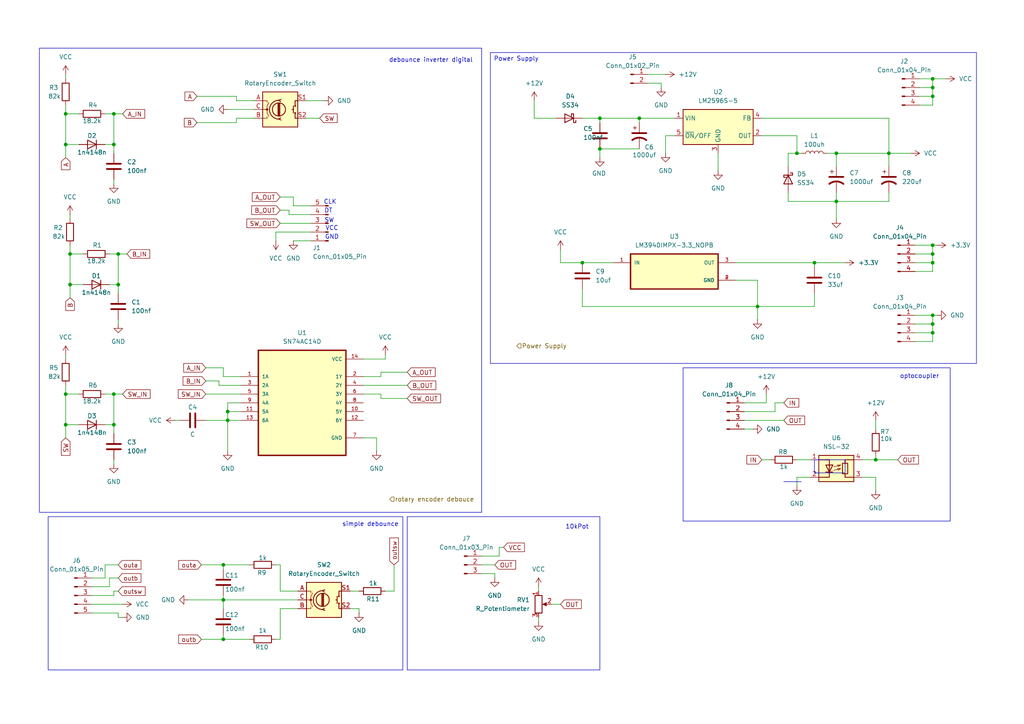
<source format=kicad_sch>
(kicad_sch (version 20250114) (generator "eeschema") (generator_version "9.0")
  (paper "A4")
  (rectangle (start 198.12 106.68) (end 275.59 151.13))
  (rectangle (start 118.11 149.86) (end 173.99 194.31))
  (rectangle (start 227.33 139.7) (end 232.41 139.7))
  (rectangle (start 236.22 133.35) (end 245.11 137.16))
  (rectangle (start 11.43 13.97) (end 139.7 148.59))
  (rectangle (start 195.58 213.36) (end 316.23 294.64))
  (rectangle (start -17.78 374.65) (end 186.69 499.11))
  (rectangle (start 13.97 149.86) (end 116.84 194.31))
  (rectangle (start -57.15 214.63) (end 189.23 361.95))
  (text "SW" (at 95.504 64.008 0) (effects (font (size 1.27 1.27))))
  (text "simple debounce" (at 107.442 152.146 0) (effects (font (size 1.27 1.27))))
  (text "VCC" (at 96.266 66.294 0) (effects (font (size 1.27 1.27))))
  (text "DT" (at 95.25 61.214 0) (effects (font (size 1.27 1.27))))
  (text "Motor driver\n" (at 250.952 255.778 0) (effects (font (size 1.27 1.27))))
  (text "CLK" (at 95.758 58.674 0) (effects (font (size 1.27 1.27))))
  (text "GND" (at 96.266 68.834 0) (effects (font (size 1.27 1.27))))
  (text "10kPot" (at 167.386 152.908 0) (effects (font (size 1.27 1.27))))
  (text "optocoupler" (at 266.7 109.22 0) (effects (font (size 1.27 1.27))))
  (text "debounce inverter digital " (at 125.476 17.526 0) (effects (font (size 1.27 1.27))))
  (text_box "Power Supply\n" (at 142.24 15.24 0) (size 140.97 90.17) (margins 0.9525 0.9525 0.9525 0.9525) (effects (font (size 1.27 1.27)) (justify left top)))
  (junction (at 40.64 427.99))
  (junction (at 19.05 123.19))
  (junction (at 135.89 295.91))
  (junction (at 49.53 264.16))
  (junction (at 106.68 295.91))
  (junction (at 66.04 119.38))
  (junction (at 254 133.35))
  (junction (at 20.32 73.66))
  (junction (at 264.16 220.98))
  (junction (at 273.05 231.14))
  (junction (at 185.42 34.29))
  (junction (at 115.57 264.16))
  (junction (at 19.05 33.02))
  (junction (at 53.34 295.91))
  (junction (at 270.51 96.52))
  (junction (at 19.05 114.3))
  (junction (at -36.83 252.73))
  (junction (at 162.56 309.88))
  (junction (at 49.53 270.51))
  (junction (at 66.04 121.92))
  (junction (at 270.51 25.4))
  (junction (at 148.59 306.07))
  (junction (at 213.36 232.41))
  (junction (at 116.84 463.55))
  (junction (at 242.57 44.45))
  (junction (at 147.32 274.32))
  (junction (at 34.29 73.66))
  (junction (at 270.51 93.98))
  (junction (at 134.62 408.94))
  (junction (at 173.99 43.18))
  (junction (at 64.77 163.83))
  (junction (at 236.22 76.2))
  (junction (at 19.05 41.91))
  (junction (at -41.91 245.11))
  (junction (at 226.06 218.44))
  (junction (at 33.02 123.19))
  (junction (at 270.51 22.86))
  (junction (at 168.91 283.21))
  (junction (at 254 227.33))
  (junction (at 168.91 76.2))
  (junction (at 251.46 284.48))
  (junction (at 270.51 76.2))
  (junction (at 34.29 82.55))
  (junction (at 231.14 44.45))
  (junction (at 123.19 430.53))
  (junction (at -40.64 262.89))
  (junction (at 241.3 231.14))
  (junction (at 20.32 82.55))
  (junction (at 270.51 71.12))
  (junction (at 33.02 114.3))
  (junction (at 53.34 300.99))
  (junction (at 33.02 33.02))
  (junction (at 156.21 417.83))
  (junction (at 270.51 27.94))
  (junction (at 273.05 220.98))
  (junction (at 40.64 433.07))
  (junction (at -36.83 245.11))
  (junction (at 40.64 435.61))
  (junction (at 135.89 264.16))
  (junction (at 149.86 444.5))
  (junction (at 123.19 398.78))
  (junction (at 36.83 398.78))
  (junction (at 270.51 91.44))
  (junction (at 40.64 430.53))
  (junction (at 129.54 328.93))
  (junction (at 33.02 41.91))
  (junction (at 270.51 73.66))
  (junction (at 219.71 88.9))
  (junction (at 36.83 405.13))
  (junction (at 228.6 246.38))
  (junction (at 64.77 185.42))
  (junction (at 242.57 58.42))
  (junction (at 173.99 34.29))
  (junction (at 241.3 284.48))
  (junction (at 257.81 44.45))
  (junction (at 53.34 298.45))
  (junction (at 213.36 218.44))
  (junction (at 102.87 398.78))
  (junction (at 93.98 430.53))
  (junction (at 64.77 173.99))
  (junction (at 53.34 293.37))
  (wire (pts (xy 265.43 78.74) (xy 270.51 78.74)))
  (wire (pts (xy 33.02 52.07) (xy 33.02 53.34)))
  (wire (pts (xy 60.96 264.16) (xy 49.53 264.16)))
  (wire (pts (xy 168.91 283.21) (xy 168.91 250.19)))
  (wire (pts (xy 168.91 88.9) (xy 219.71 88.9)))
  (wire (pts (xy 162.56 350.52) (xy 162.56 346.71)))
  (wire (pts (xy 19.05 400.05) (xy 19.05 397.51)))
  (wire (pts (xy 242.57 58.42) (xy 228.6 58.42)))
  (wire (pts (xy 149.86 457.2) (xy 149.86 463.55)))
  (wire (pts (xy 115.57 264.16) (xy 124.46 264.16)))
  (wire (pts (xy 241.3 218.44) (xy 241.3 231.14)))
  (wire (pts (xy 81.28 57.15) (xy 85.09 57.15)))
  (wire (pts (xy 173.99 285.75) (xy 162.56 285.75)))
  (wire (pts (xy 254 121.92) (xy 254 124.46)))
  (wire (pts (xy 40.64 435.61) (xy 40.64 439.42)))
  (wire (pts (xy 242.57 58.42) (xy 242.57 63.5)))
  (wire (pts (xy 25.4 425.45) (xy 25.4 407.67)))
  (wire (pts (xy 104.14 176.53) (xy 104.14 177.8)))
  (wire (pts (xy 271.78 91.44) (xy 270.51 91.44)))
  (wire (pts (xy 88.9 34.29) (xy 92.71 34.29)))
  (wire (pts (xy 123.19 401.32) (xy 123.19 398.78)))
  (wire (pts (xy 85.09 57.15) (xy 85.09 59.69)))
  (wire (pts (xy 34.29 82.55) (xy 31.75 82.55)))
  (wire (pts (xy 60.96 300.99) (xy 53.34 300.99)))
  (wire (pts (xy 270.51 22.86) (xy 274.32 22.86)))
  (wire (pts (xy 64.77 185.42) (xy 72.39 185.42)))
  (wire (pts (xy 270.51 27.94) (xy 270.51 25.4)))
  (wire (pts (xy 15.24 405.13) (xy 19.05 405.13)))
  (wire (pts (xy 264.16 231.14) (xy 273.05 231.14)))
  (wire (pts (xy 134.62 402.59) (xy 134.62 408.94)))
  (wire (pts (xy 31.75 73.66) (xy 34.29 73.66)))
  (wire (pts (xy 60.96 275.59) (xy 49.53 275.59)))
  (wire (pts (xy 66.04 119.38) (xy 66.04 121.92)))
  (wire (pts (xy 62.23 464.82) (xy 68.58 464.82)))
  (wire (pts (xy 86.36 176.53) (xy 81.28 176.53)))
  (wire (pts (xy 187.96 24.13) (xy 191.77 24.13)))
  (wire (pts (xy 26.67 170.18) (xy 31.75 170.18)))
  (wire (pts (xy 105.41 104.14) (xy 111.76 104.14)))
  (wire (pts (xy 63.5 111.76) (xy 69.85 111.76)))
  (wire (pts (xy 31.75 167.64) (xy 34.29 167.64)))
  (wire (pts (xy 373.38 377.19) (xy 373.38 382.27)))
  (wire (pts (xy 115.57 317.5) (xy 115.57 264.16)))
  (wire (pts (xy 81.28 64.77) (xy 90.17 64.77)))
  (wire (pts (xy 93.98 476.25) (xy 93.98 430.53)))
  (wire (pts (xy 185.42 34.29) (xy 185.42 35.56)))
  (wire (pts (xy 350.52 347.98) (xy 347.98 347.98)))
  (wire (pts (xy 33.02 33.02) (xy 33.02 41.91)))
  (wire (pts (xy 49.53 275.59) (xy 49.53 270.51)))
  (wire (pts (xy 2.54 234.95) (xy 2.54 237.49)))
  (wire (pts (xy 222.25 251.46) (xy 233.68 251.46)))
  (wire (pts (xy 53.34 295.91) (xy 60.96 295.91)))
  (wire (pts (xy 33.02 114.3) (xy 35.56 114.3)))
  (wire (pts (xy 106.68 341.63) (xy 106.68 295.91)))
  (wire (pts (xy 168.91 250.19) (xy 147.32 250.19)))
  (wire (pts (xy 60.96 270.51) (xy 49.53 270.51)))
  (wire (pts (xy 231.14 44.45) (xy 232.41 44.45)))
  (wire (pts (xy 40.64 433.07) (xy 48.26 433.07)))
  (wire (pts (xy 213.36 232.41) (xy 213.36 229.87)))
  (wire (pts (xy 38.1 294.64) (xy 25.4 294.64)))
  (wire (pts (xy 162.56 471.17) (xy 162.56 444.5)))
  (wire (pts (xy 224.79 116.84) (xy 227.33 116.84)))
  (wire (pts (xy 215.9 121.92) (xy 227.33 121.92)))
  (wire (pts (xy 226.06 222.25) (xy 226.06 218.44)))
  (wire (pts (xy -27.94 295.91) (xy -27.94 298.45)))
  (wire (pts (xy 264.16 259.08) (xy 276.86 259.08)))
  (wire (pts (xy 149.86 463.55) (xy 116.84 463.55)))
  (wire (pts (xy 34.29 73.66) (xy 34.29 82.55)))
  (wire (pts (xy 105.41 111.76) (xy 118.11 111.76)))
  (wire (pts (xy 231.14 138.43) (xy 234.95 138.43)))
  (wire (pts (xy 105.41 114.3) (xy 110.49 114.3)))
  (wire (pts (xy 43.18 302.26) (xy 43.18 304.8)))
  (wire (pts (xy 15.24 402.59) (xy 48.26 402.59)))
  (wire (pts (xy 49.53 270.51) (xy 49.53 264.16)))
  (wire (pts (xy 222.25 116.84) (xy 222.25 114.3)))
  (wire (pts (xy 48.26 410.21) (xy 36.83 410.21)))
  (wire (pts (xy 68.58 35.56) (xy 68.58 34.29)))
  (wire (pts (xy 302.26 231.14) (xy 302.26 229.87)))
  (wire (pts (xy 213.36 232.41) (xy 226.06 232.41)))
  (wire (pts (xy 29.21 297.18) (xy 29.21 298.45)))
  (wire (pts (xy 154.94 34.29) (xy 161.29 34.29)))
  (wire (pts (xy 295.91 231.14) (xy 302.26 231.14)))
  (wire (pts (xy 135.89 274.32) (xy 147.32 274.32)))
  (wire (pts (xy 148.59 306.07) (xy 148.59 300.99)))
  (wire (pts (xy 26.67 175.26) (xy 35.56 175.26)))
  (wire (pts (xy -41.91 245.11) (xy -36.83 245.11)))
  (wire (pts (xy 228.6 241.3) (xy 228.6 246.38)))
  (wire (pts (xy 25.4 407.67) (xy 48.26 407.67)))
  (wire (pts (xy 33.02 33.02) (xy 35.56 33.02)))
  (wire (pts (xy 144.78 158.75) (xy 146.05 158.75)))
  (wire (pts (xy 147.32 250.19) (xy 147.32 257.81)))
  (wire (pts (xy 57.15 27.94) (xy 68.58 27.94)))
  (wire (pts (xy 101.6 171.45) (xy 104.14 171.45)))
  (wire (pts (xy 215.9 124.46) (xy 218.44 124.46)))
  (wire (pts (xy 53.34 293.37) (xy 53.34 295.91)))
  (wire (pts (xy 19.05 21.59) (xy 19.05 22.86)))
  (wire (pts (xy 360.68 349.25) (xy 350.52 349.25)))
  (wire (pts (xy 219.71 264.16) (xy 219.71 262.89)))
  (wire (pts (xy 231.14 39.37) (xy 220.98 39.37)))
  (wire (pts (xy 224.79 119.38) (xy 215.9 119.38)))
  (wire (pts (xy 241.3 284.48) (xy 241.3 285.75)))
  (wire (pts (xy -44.45 245.11) (xy -41.91 245.11)))
  (wire (pts (xy 83.82 60.96) (xy 83.82 62.23)))
  (wire (pts (xy 19.05 33.02) (xy 22.86 33.02)))
  (wire (pts (xy 30.48 167.64) (xy 30.48 163.83)))
  (wire (pts (xy 123.19 430.53) (xy 123.19 433.07)))
  (wire (pts (xy 40.64 433.07) (xy 40.64 435.61)))
  (wire (pts (xy 219.71 262.89) (xy 209.55 262.89)))
  (wire (pts (xy 137.16 452.12) (xy 142.24 452.12)))
  (wire (pts (xy -40.64 262.89) (xy -22.86 262.89)))
  (wire (pts (xy 347.98 351.79) (xy 360.68 351.79)))
  (wire (pts (xy 101.6 176.53) (xy 104.14 176.53)))
  (wire (pts (xy 219.71 246.38) (xy 228.6 246.38)))
  (wire (pts (xy 209.55 218.44) (xy 213.36 218.44)))
  (wire (pts (xy 228.6 231.14) (xy 241.3 231.14)))
  (wire (pts (xy 19.05 123.19) (xy 19.05 127)))
  (wire (pts (xy 38.1 273.05) (xy 60.96 273.05)))
  (wire (pts (xy 254 138.43) (xy 254 142.24)))
  (wire (pts (xy 168.91 76.2) (xy 177.8 76.2)))
  (wire (pts (xy 20.32 82.55) (xy 20.32 86.36)))
  (wire (pts (xy 270.51 71.12) (xy 271.78 71.12)))
  (wire (pts (xy 162.56 444.5) (xy 149.86 444.5)))
  (wire (pts (xy 219.71 88.9) (xy 236.22 88.9)))
  (wire (pts (xy 48.26 427.99) (xy 40.64 427.99)))
  (wire (pts (xy 264.16 220.98) (xy 254 220.98)))
  (wire (pts (xy 25.4 270.51) (xy 31.75 270.51)))
  (wire (pts (xy 220.98 34.29) (xy 257.81 34.29)))
  (wire (pts (xy 93.98 430.53) (xy 93.98 401.32)))
  (wire (pts (xy 81.28 176.53) (xy 81.28 185.42)))
  (wire (pts (xy 64.77 173.99) (xy 64.77 176.53)))
  (wire (pts (xy 254 227.33) (xy 256.54 227.33)))
  (wire (pts (xy 73.66 238.76) (xy 81.28 238.76)))
  (wire (pts (xy 256.54 284.48) (xy 251.46 284.48)))
  (wire (pts (xy 156.21 170.18) (xy 156.21 171.45)))
  (wire (pts (xy 110.49 115.57) (xy 118.11 115.57)))
  (wire (pts (xy 143.51 166.37) (xy 143.51 167.64)))
  (wire (pts (xy 267.97 261.62) (xy 276.86 261.62)))
  (wire (pts (xy 242.57 44.45) (xy 242.57 48.26)))
  (wire (pts (xy -27.94 267.97) (xy -22.86 267.97)))
  (wire (pts (xy 270.51 93.98) (xy 270.51 91.44)))
  (wire (pts (xy 173.99 43.18) (xy 173.99 45.72)))
  (wire (pts (xy 264.16 246.38) (xy 276.86 246.38)))
  (wire (pts (xy 33.02 171.45) (xy 34.29 171.45)))
  (wire (pts (xy -36.83 293.37) (xy -29.21 293.37)))
  (wire (pts (xy 226.06 218.44) (xy 241.3 218.44)))
  (wire (pts (xy 36.83 405.13) (xy 36.83 398.78)))
  (wire (pts (xy 29.21 292.1) (xy 29.21 290.83)))
  (wire (pts (xy 25.4 292.1) (xy 29.21 292.1)))
  (wire (pts (xy 257.81 58.42) (xy 242.57 58.42)))
  (wire (pts (xy 132.08 264.16) (xy 135.89 264.16)))
  (wire (pts (xy 185.42 34.29) (xy 195.58 34.29)))
  (wire (pts (xy 62.23 467.36) (xy 68.58 467.36)))
  (wire (pts (xy 19.05 41.91) (xy 19.05 33.02)))
  (wire (pts (xy 111.76 104.14) (xy 111.76 102.87)))
  (wire (pts (xy 236.22 76.2) (xy 245.11 76.2)))
  (wire (pts (xy 240.03 44.45) (xy 242.57 44.45)))
  (wire (pts (xy 270.51 73.66) (xy 270.51 71.12)))
  (wire (pts (xy 24.13 82.55) (xy 20.32 82.55)))
  (wire (pts (xy 135.89 295.91) (xy 135.89 298.45)))
  (wire (pts (xy 209.55 257.81) (xy 223.52 257.81)))
  (wire (pts (xy 254 133.35) (xy 260.35 133.35)))
  (wire (pts (xy 139.7 166.37) (xy 143.51 166.37)))
  (wire (pts (xy 168.91 283.21) (xy 148.59 283.21)))
  (wire (pts (xy 265.43 73.66) (xy 270.51 73.66)))
  (wire (pts (xy 162.56 309.88) (xy 162.56 312.42)))
  (wire (pts (xy 15.24 427.99) (xy 19.05 427.99)))
  (wire (pts (xy -7.62 233.68) (xy -7.62 237.49)))
  (wire (pts (xy 228.6 58.42) (xy 228.6 55.88)))
  (wire (pts (xy 215.9 116.84) (xy 222.25 116.84)))
  (wire (pts (xy 106.68 295.91) (xy 124.46 295.91)))
  (wire (pts (xy 209.55 255.27) (xy 224.79 255.27)))
  (wire (pts (xy 135.89 417.83) (xy 135.89 425.45)))
  (wire (pts (xy 30.48 429.26) (xy 30.48 427.99)))
  (wire (pts (xy 265.43 76.2) (xy 270.51 76.2)))
  (wire (pts (xy 266.7 30.48) (xy 270.51 30.48)))
  (wire (pts (xy 228.6 246.38) (xy 233.68 246.38)))
  (wire (pts (xy 48.26 398.78) (xy 36.83 398.78)))
  (wire (pts (xy 66.04 116.84) (xy 66.04 119.38)))
  (wire (pts (xy 266.7 22.86) (xy 270.51 22.86)))
  (wire (pts (xy 149.86 485.14) (xy 149.86 481.33)))
  (wire (pts (xy 148.59 283.21) (xy 148.59 290.83)))
  (wire (pts (xy 22.86 41.91) (xy 19.05 41.91)))
  (wire (pts (xy 254 231.14) (xy 254 227.33)))
  (wire (pts (xy 19.05 427.99) (xy 19.05 429.26)))
  (wire (pts (xy 241.3 281.94) (xy 241.3 284.48)))
  (wire (pts (xy 265.43 99.06) (xy 270.51 99.06)))
  (wire (pts (xy 93.98 401.32) (xy 82.55 401.32)))
  (wire (pts (xy 208.28 44.45) (xy 208.28 49.53)))
  (wire (pts (xy 251.46 281.94) (xy 251.46 284.48)))
  (wire (pts (xy 138.43 476.25) (xy 142.24 476.25)))
  (wire (pts (xy 105.41 109.22) (xy 110.49 109.22)))
  (wire (pts (xy 123.19 408.94) (xy 134.62 408.94)))
  (wire (pts (xy 68.58 467.36) (xy 68.58 468.63)))
  (wire (pts (xy 187.96 21.59) (xy 193.04 21.59)))
  (wire (pts (xy 173.99 34.29) (xy 173.99 35.56)))
  (wire (pts (xy 256.54 231.14) (xy 256.54 227.33)))
  (wire (pts (xy 58.42 185.42) (xy 64.77 185.42)))
  (wire (pts (xy 85.09 69.85) (xy 90.17 69.85)))
  (wire (pts (xy 149.86 471.17) (xy 162.56 471.17)))
  (wire (pts (xy 231.14 133.35) (xy 234.95 133.35)))
  (wire (pts (xy 151.13 341.63) (xy 154.94 341.63)))
  (wire (pts (xy 64.77 109.22) (xy 69.85 109.22)))
  (wire (pts (xy 264.16 229.87) (xy 264.16 231.14)))
  (wire (pts (xy 39.37 267.97) (xy 39.37 260.35)))
  (wire (pts (xy 48.26 435.61) (xy 40.64 435.61)))
  (wire (pts (xy 242.57 44.45) (xy 257.81 44.45)))
  (wire (pts (xy 68.58 27.94) (xy 68.58 29.21)))
  (wire (pts (xy 20.32 73.66) (xy 20.32 71.12)))
  (wire (pts (xy 266.7 25.4) (xy 270.51 25.4)))
  (wire (pts (xy 116.84 485.14) (xy 149.86 485.14)))
  (wire (pts (xy 39.37 267.97) (xy 60.96 267.97)))
  (wire (pts (xy -2.54 233.68) (xy -2.54 237.49)))
  (wire (pts (xy 267.97 251.46) (xy 267.97 248.92)))
  (wire (pts (xy 132.08 295.91) (xy 135.89 295.91)))
  (wire (pts (xy 156.21 417.83) (xy 135.89 417.83)))
  (wire (pts (xy 251.46 284.48) (xy 241.3 284.48)))
  (wire (pts (xy 273.05 220.98) (xy 264.16 220.98)))
  (wire (pts (xy 36.83 398.78) (xy 36.83 392.43)))
  (wire (pts (xy 40.64 427.99) (xy 40.64 430.53)))
  (wire (pts (xy 68.58 34.29) (xy 73.66 34.29)))
  (wire (pts (xy 26.67 167.64) (xy 30.48 167.64)))
  (wire (pts (xy 173.99 283.21) (xy 168.91 283.21)))
  (wire (pts (xy 142.24 317.5) (xy 115.57 317.5)))
  (wire (pts (xy 251.46 227.33) (xy 254 227.33)))
  (wire (pts (xy 48.26 405.13) (xy 36.83 405.13)))
  (wire (pts (xy 135.89 262.89) (xy 139.7 262.89)))
  (wire (pts (xy 31.75 170.18) (xy 31.75 167.64)))
  (wire (pts (xy 64.77 106.68) (xy 64.77 109.22)))
  (wire (pts (xy -5.08 228.6) (xy -5.08 237.49)))
  (wire (pts (xy 162.56 285.75) (xy 162.56 309.88)))
  (wire (pts (xy 34.29 179.07) (xy 35.56 179.07)))
  (wire (pts (xy 123.19 397.51) (xy 123.19 398.78)))
  (wire (pts (xy 31.75 270.51) (xy 31.75 271.78)))
  (wire (pts (xy 228.6 44.45) (xy 231.14 44.45)))
  (wire (pts (xy 34.29 177.8) (xy 34.29 179.07)))
  (wire (pts (xy 102.87 398.78) (xy 111.76 398.78)))
  (wire (pts (xy 156.21 384.81) (xy 134.62 384.81)))
  (wire (pts (xy 85.09 59.69) (xy 90.17 59.69)))
  (wire (pts (xy 168.91 83.82) (xy 168.91 88.9)))
  (wire (pts (xy 38.1 273.05) (xy 38.1 294.64)))
  (wire (pts (xy 264.16 220.98) (xy 264.16 222.25)))
  (wire (pts (xy 30.48 436.88) (xy 30.48 439.42)))
  (wire (pts (xy 33.02 133.35) (xy 33.02 134.62)))
  (wire (pts (xy 154.94 34.29) (xy 154.94 29.21)))
  (wire (pts (xy 162.56 336.55) (xy 175.26 336.55)))
  (wire (pts (xy 219.71 88.9) (xy 219.71 92.71)))
  (wire (pts (xy 130.81 476.25) (xy 93.98 476.25)))
  (wire (pts (xy 219.71 250.19) (xy 219.71 246.38)))
  (wire (pts (xy 66.04 121.92) (xy 66.04 130.81)))
  (wire (pts (xy 160.02 175.26) (xy 162.56 175.26)))
  (wire (pts (xy 256.54 281.94) (xy 256.54 284.48)))
  (wire (pts (xy 33.02 123.19) (xy 30.48 123.19)))
  (wire (pts (xy 64.77 184.15) (xy 64.77 185.42)))
  (wire (pts (xy 219.71 264.16) (xy 233.68 264.16)))
  (wire (pts (xy 220.98 260.35) (xy 220.98 261.62)))
  (wire (pts (xy 162.56 76.2) (xy 168.91 76.2)))
  (wire (pts (xy 213.36 218.44) (xy 213.36 222.25)))
  (wire (pts (xy 250.19 133.35) (xy 254 133.35)))
  (wire (pts (xy -36.83 245.11) (xy -22.86 245.11)))
  (wire (pts (xy 59.69 110.49) (xy 63.5 110.49)))
  (wire (pts (xy 33.02 41.91) (xy 33.02 44.45)))
  (wire (pts (xy 228.6 48.26) (xy 228.6 44.45)))
  (wire (pts (xy 33.02 172.72) (xy 33.02 171.45)))
  (wire (pts (xy 53.34 298.45) (xy 53.34 300.99)))
  (wire (pts (xy 30.48 33.02) (xy 33.02 33.02)))
  (wire (pts (xy 149.86 317.5) (xy 154.94 317.5)))
  (wire (pts (xy 231.14 44.45) (xy 231.14 39.37)))
  (wire (pts (xy 134.62 408.94) (xy 134.62 410.21)))
  (wire (pts (xy 33.02 114.3) (xy 33.02 123.19)))
  (wire (pts (xy 90.17 67.31) (xy 80.01 67.31)))
  (wire (pts (xy 143.51 341.63) (xy 106.68 341.63)))
  (wire (pts (xy 217.17 265.43) (xy 217.17 266.7)))
  (wire (pts (xy 251.46 227.33) (xy 251.46 231.14)))
  (wire (pts (xy 228.6 233.68) (xy 228.6 231.14)))
  (wire (pts (xy 25.4 297.18) (xy 29.21 297.18)))
  (wire (pts (xy 129.54 452.12) (xy 102.87 452.12)))
  (wire (pts (xy 303.53 237.49) (xy 303.53 236.22)))
  (wire (pts (xy 57.15 35.56) (xy 68.58 35.56)))
  (wire (pts (xy 303.53 236.22) (xy 295.91 236.22)))
  (wire (pts (xy 257.81 44.45) (xy 257.81 48.26)))
  (wire (pts (xy 0 228.6) (xy 0 237.49)))
  (wire (pts (xy 40.64 430.53) (xy 48.26 430.53)))
  (wire (pts (xy 33.02 41.91) (xy 30.48 41.91)))
  (wire (pts (xy 156.21 417.83) (xy 156.21 384.81)))
  (wire (pts (xy 49.53 264.16) (xy 49.53 257.81)))
  (wire (pts (xy 129.54 350.52) (xy 162.56 350.52)))
  (wire (pts (xy 223.52 257.81) (xy 223.52 259.08)))
  (wire (pts (xy 173.99 34.29) (xy 185.42 34.29)))
  (wire (pts (xy 265.43 93.98) (xy 270.51 93.98)))
  (wire (pts (xy 39.37 260.35) (xy 25.4 260.35)))
  (wire (pts (xy 254 220.98) (xy 254 227.33)))
  (wire (pts (xy 58.42 163.83) (xy 64.77 163.83)))
  (wire (pts (xy 156.21 179.07) (xy 156.21 180.34)))
  (wire (pts (xy 257.81 44.45) (xy 264.16 44.45)))
  (wire (pts (xy 25.4 250.19) (xy 30.48 250.19)))
  (wire (pts (xy 43.18 293.37) (xy 53.34 293.37)))
  (wire (pts (xy 19.05 102.87) (xy 19.05 104.14)))
  (wire (pts (xy 30.48 250.19) (xy 30.48 247.65)))
  (wire (pts (xy 81.28 171.45) (xy 86.36 171.45)))
  (wire (pts (xy 19.05 41.91) (xy 19.05 45.72)))
  (wire (pts (xy 20.32 62.23) (xy 20.32 63.5)))
  (wire (pts (xy 114.3 163.83) (xy 114.3 171.45)))
  (wire (pts (xy 226.06 218.44) (xy 213.36 218.44)))
  (wire (pts (xy 63.5 110.49) (xy 63.5 111.76)))
  (wire (pts (xy 64.77 163.83) (xy 64.77 165.1)))
  (wire (pts (xy 64.77 172.72) (xy 64.77 173.99)))
  (wire (pts (xy 19.05 405.13) (xy 19.05 406.4)))
  (wire (pts (xy 257.81 55.88) (xy 257.81 58.42)))
  (wire (pts (xy 26.67 177.8) (xy 34.29 177.8)))
  (wire (pts (xy 95.25 264.16) (xy 115.57 264.16)))
  (wire (pts (xy 149.86 444.5) (xy 149.86 447.04)))
  (wire (pts (xy 135.89 295.91) (xy 140.97 295.91)))
  (wire (pts (xy 209.55 265.43) (xy 217.17 265.43)))
  (wire (pts (xy 106.68 266.7) (xy 95.25 266.7)))
  (wire (pts (xy 135.89 306.07) (xy 148.59 306.07)))
  (wire (pts (xy 254 133.35) (xy 254 132.08)))
  (wire (pts (xy 226.06 229.87) (xy 226.06 232.41)))
  (wire (pts (xy 129.54 328.93) (xy 129.54 350.52)))
  (wire (pts (xy 20.32 73.66) (xy 24.13 73.66)))
  (wire (pts (xy 73.66 233.68) (xy 81.28 233.68)))
  (wire (pts (xy 54.61 173.99) (xy 64.77 173.99)))
  (wire (pts (xy 80.01 185.42) (xy 81.28 185.42)))
  (wire (pts (xy 19.05 33.02) (xy 19.05 30.48)))
  (wire (pts (xy 273.05 231.14) (xy 273.05 232.41)))
  (wire (pts (xy 191.77 24.13) (xy 191.77 25.4)))
  (wire (pts (xy 40.64 430.53) (xy 40.64 433.07)))
  (wire (pts (xy 81.28 163.83) (xy 81.28 171.45)))
  (wire (pts (xy 264.16 264.16) (xy 267.97 264.16)))
  (wire (pts (xy 64.77 173.99) (xy 86.36 173.99)))
  (wire (pts (xy 30.48 427.99) (xy 40.64 427.99)))
  (wire (pts (xy -36.83 252.73) (xy -22.86 252.73)))
  (wire (pts (xy 36.83 410.21) (xy 36.83 405.13)))
  (wire (pts (xy 273.05 220.98) (xy 273.05 222.25)))
  (wire (pts (xy 73.66 231.14) (xy 81.28 231.14)))
  (wire (pts (xy 220.98 133.35) (xy 223.52 133.35)))
  (wire (pts (xy 34.29 92.71) (xy 34.29 93.98)))
  (wire (pts (xy 22.86 123.19) (xy 19.05 123.19)))
  (wire (pts (xy 116.84 463.55) (xy 116.84 485.14)))
  (wire (pts (xy 26.67 172.72) (xy 33.02 172.72)))
  (wire (pts (xy 102.87 452.12) (xy 102.87 398.78)))
  (wire (pts (xy 236.22 76.2) (xy 236.22 77.47)))
  (wire (pts (xy 68.58 464.82) (xy 68.58 462.28)))
  (wire (pts (xy 110.49 107.95) (xy 118.11 107.95)))
  (wire (pts (xy 20.32 82.55) (xy 20.32 73.66)))
  (wire (pts (xy 82.55 398.78) (xy 102.87 398.78)))
  (wire (pts (xy 270.51 25.4) (xy 270.51 22.86)))
  (wire (pts (xy 161.29 417.83) (xy 156.21 417.83)))
  (wire (pts (xy 209.55 250.19) (xy 219.71 250.19)))
  (wire (pts (xy 147.32 267.97) (xy 147.32 274.32)))
  (wire (pts (xy 135.89 262.89) (xy 135.89 264.16)))
  (wire (pts (xy 68.58 29.21) (xy 73.66 29.21)))
  (wire (pts (xy 139.7 161.29) (xy 144.78 161.29)))
  (wire (pts (xy 66.04 121.92) (xy 69.85 121.92)))
  (wire (pts (xy 273.05 229.87) (xy 273.05 231.14)))
  (wire (pts (xy 250.19 138.43) (xy 254 138.43)))
  (wire (pts (xy 144.78 161.29) (xy 144.78 158.75)))
  (wire (pts (xy 53.34 300.99) (xy 53.34 304.8)))
  (wire (pts (xy 209.55 252.73) (xy 222.25 252.73)))
  (wire (pts (xy 88.9 29.21) (xy 93.98 29.21)))
  (wire (pts (xy 135.89 266.7) (xy 135.89 264.16)))
  (wire (pts (xy 280.67 220.98) (xy 273.05 220.98)))
  (wire (pts (xy 270.51 30.48) (xy 270.51 27.94)))
  (wire (pts (xy 119.38 430.53) (xy 123.19 430.53)))
  (wire (pts (xy 93.98 430.53) (xy 111.76 430.53)))
  (wire (pts (xy 73.66 226.06) (xy 81.28 226.06)))
  (wire (pts (xy 185.42 43.18) (xy 173.99 43.18)))
  (wire (pts (xy 110.49 114.3) (xy 110.49 115.57)))
  (wire (pts (xy 123.19 430.53) (xy 128.27 430.53)))
  (wire (pts (xy 83.82 62.23) (xy 90.17 62.23)))
  (wire (pts (xy 223.52 259.08) (xy 233.68 259.08)))
  (wire (pts (xy 106.68 295.91) (xy 106.68 266.7)))
  (wire (pts (xy 147.32 274.32) (xy 147.32 275.59)))
  (wire (pts (xy 162.56 72.39) (xy 162.56 76.2)))
  (wire (pts (xy 267.97 264.16) (xy 267.97 261.62)))
  (wire (pts (xy 81.28 60.96) (xy 83.82 60.96)))
  (wire (pts (xy 64.77 163.83) (xy 72.39 163.83)))
  (wire (pts (xy 193.04 39.37) (xy 193.04 44.45)))
  (wire (pts (xy 162.56 322.58) (xy 162.56 328.93)))
  (wire (pts (xy 15.24 425.45) (xy 25.4 425.45)))
  (wire (pts (xy 213.36 232.41) (xy 213.36 234.95)))
  (wire (pts (xy 219.71 81.28) (xy 219.71 88.9)))
  (wire (pts (xy 149.86 420.37) (xy 149.86 444.5)))
  (wire (pts (xy 350.52 349.25) (xy 350.52 347.98)))
  (wire (pts (xy 220.98 261.62) (xy 233.68 261.62)))
  (wire (pts (xy 270.51 99.06) (xy 270.51 96.52)))
  (wire (pts (xy 236.22 85.09) (xy 236.22 88.9)))
  (wire (pts (xy 231.14 140.97) (xy 231.14 138.43)))
  (wire (pts (xy 19.05 114.3) (xy 19.05 111.76)))
  (wire (pts (xy 267.97 248.92) (xy 276.86 248.92)))
  (wire (pts (xy 175.26 336.55) (xy 175.26 309.88)))
  (wire (pts (xy 139.7 163.83) (xy 143.51 163.83)))
  (wire (pts (xy 59.69 114.3) (xy 69.85 114.3)))
  (wire (pts (xy 66.04 119.38) (xy 69.85 119.38)))
  (wire (pts (xy 34.29 82.55) (xy 34.29 85.09)))
  (wire (pts (xy 213.36 81.28) (xy 219.71 81.28)))
  (wire (pts (xy 19.05 422.91) (xy 19.05 421.64)))
  (wire (pts (xy 134.62 384.81) (xy 134.62 392.43)))
  (wire (pts (xy -29.21 290.83) (xy -29.21 287.02)))
  (wire (pts (xy 265.43 71.12) (xy 270.51 71.12)))
  (wire (pts (xy 66.04 31.75) (xy 73.66 31.75)))
  (wire (pts (xy 34.29 73.66) (xy 36.83 73.66)))
  (wire (pts (xy 80.01 67.31) (xy 80.01 69.85)))
  (wire (pts (xy 15.24 422.91) (xy 19.05 422.91)))
  (wire (pts (xy 213.36 76.2) (xy 236.22 76.2)))
  (wire (pts (xy 270.51 78.74) (xy 270.51 76.2)))
  (wire (pts (xy 217.17 266.7) (xy 233.68 266.7)))
  (wire (pts (xy 33.02 123.19) (xy 33.02 125.73)))
  (wire (pts (xy 19.05 123.19) (xy 19.05 114.3)))
  (wire (pts (xy 264.16 251.46) (xy 267.97 251.46)))
  (wire (pts (xy 114.3 171.45) (xy 111.76 171.45)))
  (wire (pts (xy 59.69 106.68) (xy 64.77 106.68)))
  (wire (pts (xy 69.85 116.84) (xy 66.04 116.84)))
  (wire (pts (xy 295.91 233.68) (xy 302.26 233.68)))
  (wire (pts (xy 119.38 398.78) (xy 123.19 398.78)))
  (wire (pts (xy 105.41 127) (xy 109.22 127)))
  (wire (pts (xy -36.83 295.91) (xy -27.94 295.91)))
  (wire (pts (xy 224.79 116.84) (xy 224.79 119.38)))
  (wire (pts (xy 59.69 121.92) (xy 66.04 121.92)))
  (wire (pts (xy 123.19 397.51) (xy 127 397.51)))
  (wire (pts (xy 30.48 114.3) (xy 33.02 114.3)))
  (wire (pts (xy 266.7 27.94) (xy 270.51 27.94)))
  (wire (pts (xy 162.56 328.93) (xy 129.54 328.93)))
  (wire (pts (xy 161.29 420.37) (xy 149.86 420.37)))
  (wire (pts (xy -41.91 262.89) (xy -40.64 262.89)))
  (wire (pts (xy 30.48 163.83) (xy 34.29 163.83)))
  (wire (pts (xy 224.79 254) (xy 233.68 254)))
  (wire (pts (xy -41.91 252.73) (xy -36.83 252.73)))
  (wire (pts (xy 43.18 294.64) (xy 43.18 293.37)))
  (wire (pts (xy 73.66 228.6) (xy 81.28 228.6)))
  (wire (pts (xy 224.79 255.27) (xy 224.79 254)))
  (wire (pts (xy 19.05 114.3) (xy 22.86 114.3)))
  (wire (pts (xy 270.51 96.52) (xy 270.51 93.98)))
  (wire (pts (xy 53.34 298.45) (xy 60.96 298.45)))
  (wire (pts (xy 168.91 34.29) (xy 173.99 34.29)))
  (wire (pts (xy -36.83 290.83) (xy -29.21 290.83)))
  (wire (pts (xy 15.24 400.05) (xy 19.05 400.05)))
  (wire (pts (xy -29.21 273.05) (xy -22.86 273.05)))
  (wire (pts (xy 209.55 260.35) (xy 220.98 260.35)))
  (wire (pts (xy 80.01 163.83) (xy 81.28 163.83)))
  (wire (pts (xy 270.51 76.2) (xy 270.51 73.66)))
  (wire (pts (xy 222.25 252.73) (xy 222.25 251.46)))
  (wire (pts (xy 53.34 295.91) (xy 53.34 298.45)))
  (wire (pts (xy 265.43 96.52) (xy 270.51 96.52)))
  (wire (pts (xy 73.66 236.22) (xy 81.28 236.22)))
  (wire (pts (xy 110.49 109.22) (xy 110.49 107.95)))
  (wire (pts (xy 60.96 293.37) (xy 53.34 293.37)))
  (wire (pts (xy 195.58 39.37) (xy 193.04 39.37)))
  (wire (pts (xy 109.22 127) (xy 109.22 130.81)))
  (wire (pts (xy 175.26 309.88) (xy 162.56 309.88)))
  (wire (pts (xy 257.81 34.29) (xy 257.81 44.45)))
  (wire (pts (xy 265.43 91.44) (xy 270.51 91.44)))
  (wire (pts (xy 242.57 55.88) (xy 242.57 58.42)))
  (wire (pts (xy 50.8 121.92) (xy 52.07 121.92)))
  (global_label "VCC" (shape input) (at 146.05 158.75 0) (property "Intersheetrefs" "${INTERSHEET_REFS}" (effects (hide yes))))
  (global_label "outb" (shape input) (at 34.29 167.64 0) (property "Intersheetrefs" "${INTERSHEET_REFS}" (effects (hide yes))))
  (global_label "SW_OUT" (shape input) (at 118.11 115.57 0) (property "Intersheetrefs" "${INTERSHEET_REFS}" (effects (hide yes))))
  (global_label "WLAT" (shape input) (at 81.28 233.68 0) (property "Intersheetrefs" "${INTERSHEET_REFS}" (effects (hide yes))))
  (global_label "outa" (shape input) (at 34.29 163.83 0) (property "Intersheetrefs" "${INTERSHEET_REFS}" (effects (hide yes))))
  (global_label "SDI" (shape input) (at -2.54 233.68 90) (property "Intersheetrefs" "${INTERSHEET_REFS}" (effects (hide yes))))
  (global_label "OUT" (shape input) (at 162.56 175.26 0) (property "Intersheetrefs" "${INTERSHEET_REFS}" (effects (hide yes))))
  (global_label "B_OUT" (shape input) (at 81.28 60.96 180) (property "Intersheetrefs" "${INTERSHEET_REFS}" (effects (hide yes))))
  (global_label "SHND" (shape input) (at 81.28 238.76 0) (property "Intersheetrefs" "${INTERSHEET_REFS}" (effects (hide yes))))
  (global_label "outsw" (shape input) (at 114.3 163.83 90) (property "Intersheetrefs" "${INTERSHEET_REFS}" (effects (hide yes))))
  (global_label "SDI" (shape input) (at 81.28 231.14 0) (property "Intersheetrefs" "${INTERSHEET_REFS}" (effects (hide yes))))
  (global_label "SDO" (shape input) (at 81.28 236.22 0) (property "Intersheetrefs" "${INTERSHEET_REFS}" (effects (hide yes))))
  (global_label "IN" (shape input) (at 220.98 133.35 180) (property "Intersheetrefs" "${INTERSHEET_REFS}" (effects (hide yes))))
  (global_label "A" (shape input) (at 19.05 45.72 270) (property "Intersheetrefs" "${INTERSHEET_REFS}" (effects (hide yes))))
  (global_label "SW_IN" (shape input) (at 59.69 114.3 180) (property "Intersheetrefs" "${INTERSHEET_REFS}" (effects (hide yes))))
  (global_label "outa" (shape input) (at 58.42 163.83 180) (property "Intersheetrefs" "${INTERSHEET_REFS}" (effects (hide yes))))
  (global_label "A" (shape input) (at 57.15 27.94 180) (property "Intersheetrefs" "${INTERSHEET_REFS}" (effects (hide yes))))
  (global_label "SW_OUT" (shape input) (at 81.28 64.77 180) (property "Intersheetrefs" "${INTERSHEET_REFS}" (effects (hide yes))))
  (global_label "B_OUT" (shape input) (at 118.11 111.76 0) (property "Intersheetrefs" "${INTERSHEET_REFS}" (effects (hide yes))))
  (global_label "A_OUT" (shape input) (at 118.11 107.95 0) (property "Intersheetrefs" "${INTERSHEET_REFS}" (effects (hide yes))))
  (global_label "outsw" (shape input) (at 34.29 171.45 0) (property "Intersheetrefs" "${INTERSHEET_REFS}" (effects (hide yes))))
  (global_label "A_IN" (shape input) (at 35.56 33.02 0) (property "Intersheetrefs" "${INTERSHEET_REFS}" (effects (hide yes))))
  (global_label "outb" (shape input) (at 58.42 185.42 180) (property "Intersheetrefs" "${INTERSHEET_REFS}" (effects (hide yes))))
  (global_label "SDO" (shape input) (at 2.54 234.95 90) (property "Intersheetrefs" "${INTERSHEET_REFS}" (effects (hide yes))))
  (global_label "CS" (shape input) (at 81.28 226.06 0) (property "Intersheetrefs" "${INTERSHEET_REFS}" (effects (hide yes))))
  (global_label "B" (shape input) (at 20.32 86.36 270) (property "Intersheetrefs" "${INTERSHEET_REFS}" (effects (hide yes))))
  (global_label "CSK" (shape input) (at 81.28 228.6 0) (property "Intersheetrefs" "${INTERSHEET_REFS}" (effects (hide yes))))
  (global_label "A_IN" (shape input) (at 59.69 106.68 180) (property "Intersheetrefs" "${INTERSHEET_REFS}" (effects (hide yes))))
  (global_label "OUT" (shape input) (at 260.35 133.35 0) (property "Intersheetrefs" "${INTERSHEET_REFS}" (effects (hide yes))))
  (global_label "CS" (shape input) (at -7.62 233.68 90) (property "Intersheetrefs" "${INTERSHEET_REFS}" (effects (hide yes))))
  (global_label "CSK" (shape input) (at -5.08 228.6 90) (property "Intersheetrefs" "${INTERSHEET_REFS}" (effects (hide yes))))
  (global_label "OUT" (shape input) (at 227.33 121.92 0) (property "Intersheetrefs" "${INTERSHEET_REFS}" (effects (hide yes))))
  (global_label "OUT" (shape input) (at 143.51 163.83 0) (property "Intersheetrefs" "${INTERSHEET_REFS}" (effects (hide yes))))
  (global_label "B" (shape input) (at 57.15 35.56 180) (property "Intersheetrefs" "${INTERSHEET_REFS}" (effects (hide yes))))
  (global_label "SDA" (shape input) (at 347.98 351.79 180) (property "Intersheetrefs" "${INTERSHEET_REFS}" (effects (hide yes))))
  (global_label "SCL" (shape input) (at 347.98 347.98 180) (property "Intersheetrefs" "${INTERSHEET_REFS}" (effects (hide yes))))
  (global_label "A_OUT" (shape input) (at 81.28 57.15 180) (property "Intersheetrefs" "${INTERSHEET_REFS}" (effects (hide yes))))
  (global_label "SHND" (shape input) (at -27.94 267.97 180) (property "Intersheetrefs" "${INTERSHEET_REFS}" (effects (hide yes))))
  (global_label "B_IN" (shape input) (at 59.69 110.49 180) (property "Intersheetrefs" "${INTERSHEET_REFS}" (effects (hide yes))))
  (global_label "SW_IN" (shape input) (at 35.56 114.3 0) (property "Intersheetrefs" "${INTERSHEET_REFS}" (effects (hide yes))))
  (global_label "SW" (shape input) (at 92.71 34.29 0) (property "Intersheetrefs" "${INTERSHEET_REFS}" (effects (hide yes))))
  (global_label "WLAT" (shape input) (at 0 228.6 90) (property "Intersheetrefs" "${INTERSHEET_REFS}" (effects (hide yes))))
  (global_label "IN" (shape input) (at 227.33 116.84 0) (property "Intersheetrefs" "${INTERSHEET_REFS}" (effects (hide yes))))
  (global_label "B_IN" (shape input) (at 36.83 73.66 0) (property "Intersheetrefs" "${INTERSHEET_REFS}" (effects (hide yes))))
  (global_label "SW" (shape input) (at 19.05 127 270) (property "Intersheetrefs" "${INTERSHEET_REFS}" (effects (hide yes))))
  (hierarchical_label "Power Supply" (shape input) (at 149.86 100.33 0))
  (hierarchical_label "rotary encoder debouce" (shape input) (at 113.03 144.78 0))
  (symbol (lib_id "power:VCC") (at 111.76 102.87 0) (unit 1)
    (property "Reference" "#PWR010" (effects (hide yes)))
    (property "Value" "VCC" (at 111.76 97.79 0))
    (property "Description" "Power symbol creates a global label with name \"VCC\"" (effects (hide yes)))
  )
  (symbol (lib_id "Device:C") (at 64.77 180.34 0) (unit 1)
    (property "Reference" "C12" (at 65.278 178.308 0) (effects (justify left)))
    (property "Value" "100nf" (at 65.278 182.372 0) (effects (justify left)))
    (property "Description" "Unpolarized capacitor" (effects (hide yes)))
  )
  (symbol (lib_id "power:GND") (at 148.59 306.07 0) (unit 1)
    (property "Reference" "#PWR069" (effects (hide yes)))
    (property "Value" "GND" (at 148.59 311.15 0))
    (property "Description" "Power symbol creates a global label with name \"GND\" , ground" (effects (hide yes)))
  )
  (symbol (lib_id "Connector:Conn_01x02_Pin") (at 281.94 261.62 180) (unit 1)
    (property "Reference" "J15" (at 283.21 259.0799 0) (effects (justify right)))
    (property "Value" "MOTOR B" (at 283.21 261.6199 0) (effects (justify right)))
    (property "Description" "Generic connector, single row, 01x02, script generated" (effects (hide yes)))
  )
  (symbol (lib_id "power:GND") (at 33.02 53.34 0) (unit 1)
    (property "Reference" "#PWR04" (effects (hide yes)))
    (property "Value" "GND" (at 33.02 58.42 0))
    (property "Description" "Power symbol creates a global label with name \"GND\" , ground" (effects (hide yes)))
  )
  (symbol (lib_id "Device:C") (at 33.02 48.26 0) (unit 1)
    (property "Reference" "C2" (at 36.83 46.9899 0) (effects (justify left)))
    (property "Value" "100nf" (at 36.83 49.5299 0) (effects (justify left)))
    (property "Footprint" "Capacitor_SMD:C_0603_1608Metric" (effects (hide yes)))
    (property "Description" "Unpolarized capacitor" (effects (hide yes)))
  )
  (symbol (lib_id "power:GND") (at 19.05 429.26 0) (unit 1)
    (property "Reference" "#PWR050" (effects (hide yes)))
    (property "Value" "GND" (at 19.05 434.34 0))
    (property "Description" "Power symbol creates a global label with name \"GND\" , ground" (effects (hide yes)))
  )
  (symbol (lib_id "Device:RotaryEncoder_Switch") (at 93.98 173.99 0) (unit 1)
    (property "Reference" "SW2" (at 93.98 163.83 0))
    (property "Value" "RotaryEncoder_Switch" (at 93.98 166.37 0))
    (property "Description" "Rotary encoder, dual channel, incremental quadrate outputs, with switch" (effects (hide yes)))
  )
  (symbol (lib_id "Device:C") (at 30.48 433.07 0) (unit 1)
    (property "Reference" "C13" (at 34.29 431.7999 0) (effects (justify left)))
    (property "Value" "C" (at 34.29 434.3399 0) (effects (justify left)))
    (property "Description" "Unpolarized capacitor" (effects (hide yes)))
  )
  (symbol (lib_id "power:+12V") (at -41.91 245.11 90) (unit 1)
    (property "Reference" "#PWR032" (effects (hide yes)))
    (property "Value" "+12V" (at -44.45 245.1099 90) (effects (justify left)))
    (property "Description" "Power symbol creates a global label with name \"+12V\"" (effects (hide yes)))
  )
  (symbol (lib_id "power:GND") (at 254 142.24 0) (unit 1)
    (property "Reference" "#PWR029" (effects (hide yes)))
    (property "Value" "GND" (at 254 147.32 0))
    (property "Description" "Power symbol creates a global label with name \"GND\" , ground" (effects (hide yes)))
  )
  (symbol (lib_id "Connector:Conn_01x06_Pin") (at 68.58 231.14 0) (unit 1)
    (property "Reference" "J19" (at 69.215 220.98 0))
    (property "Value" "data pins" (at 69.215 223.52 0))
    (property "Description" "Generic connector, single row, 01x06, script generated" (effects (hide yes)))
  )
  (symbol (lib_id "power:+12V") (at 280.67 220.98 270) (unit 1)
    (property "Reference" "#PWR066" (effects (hide yes)))
    (property "Value" "+12V" (at 279.654 219.202 90) (effects (justify left)))
    (property "Description" "Power symbol creates a global label with name \"+12V\"" (effects (hide yes)))
  )
  (symbol (lib_id "power:GND") (at 54.61 173.99 270) (unit 1)
    (property "Reference" "#PWR036" (effects (hide yes)))
    (property "Value" "GND" (at 50.8 173.9899 90) (effects (justify right)))
    (property "Description" "Power symbol creates a global label with name \"GND\" , ground" (effects (hide yes)))
  )
  (symbol (lib_id "power:GND") (at 19.05 406.4 0) (unit 1)
    (property "Reference" "#PWR051" (effects (hide yes)))
    (property "Value" "GND" (at 19.05 411.48 0))
    (property "Description" "Power symbol creates a global label with name \"GND\" , ground" (effects (hide yes)))
  )
  (symbol (lib_id "power:GND") (at 53.34 304.8 0) (unit 1)
    (property "Reference" "#PWR059" (effects (hide yes)))
    (property "Value" "GND" (at 53.34 309.88 0))
    (property "Description" "Power symbol creates a global label with name \"GND\" , ground" (effects (hide yes)))
  )
  (symbol (lib_id "power:GND") (at 156.21 180.34 0) (unit 1)
    (property "Reference" "#PWR034" (effects (hide yes)))
    (property "Value" "GND" (at 156.21 185.42 0))
    (property "Description" "Power symbol creates a global label with name \"GND\" , ground" (effects (hide yes)))
  )
  (symbol (lib_id "Device:R") (at 76.2 163.83 90) (unit 1)
    (property "Reference" "R9" (at 75.946 166.116 90))
    (property "Value" "1k" (at 76.2 161.798 90))
    (property "Description" "Resistor" (effects (hide yes)))
  )
  (symbol (lib_id "Device:R") (at 19.05 26.67 0) (unit 1)
    (property "Reference" "R3" (at 14.224 25.4 0) (effects (justify left)))
    (property "Value" "82k" (at 13.97 27.94 0) (effects (justify left)))
    (property "Footprint" "Resistor_SMD:R_0603_1608Metric" (effects (hide yes)))
    (property "Description" "Resistor" (effects (hide yes)))
  )
  (symbol (lib_id "Device:C") (at 43.18 298.45 0) (unit 1)
    (property "Reference" "C14" (at 46.99 297.1799 0) (effects (justify left)))
    (property "Value" "C" (at 46.99 299.7199 0) (effects (justify left)))
    (property "Description" "Unpolarized capacitor" (effects (hide yes)))
  )
  (symbol (lib_id "power:VCC") (at 302.26 233.68 270) (unit 1)
    (property "Reference" "#PWR073" (effects (hide yes)))
    (property "Value" "signal" (at 306.07 233.6799 90) (effects (justify left)))
    (property "Description" "Power symbol creates a global label with name \"VCC\"" (effects (hide yes)))
  )
  (symbol (lib_id "Isolator:NSL-32") (at 242.57 135.89 0) (unit 1)
    (property "Reference" "U6" (at 242.57 127 0))
    (property "Value" "NSL-32" (at 242.57 129.54 0))
    (property "Footprint" "OptoDevice:Luna_NSL-32" (effects (hide yes)))
    (property "Datasheet" "http://lunainc.com/wp-content/uploads/2016/06/NSL-32.pdf" (effects (hide yes)))
    (property "Description" "Optocoupler, LED Input, Photocell Output" (effects (hide yes)))
  )
  (symbol (lib_id "power:GND") (at 208.28 49.53 0) (unit 1)
    (property "Reference" "#PWR017" (effects (hide yes)))
    (property "Value" "GND" (at 208.28 54.61 0))
    (property "Description" "Power symbol creates a global label with name \"GND\" , ground" (effects (hide yes)))
  )
  (symbol (lib_id "power:GND") (at 104.14 177.8 0) (unit 1)
    (property "Reference" "#PWR037" (effects (hide yes)))
    (property "Value" "GND" (at 104.14 182.88 0))
    (property "Description" "Power symbol creates a global label with name \"GND\" , ground" (effects (hide yes)))
  )
  (symbol (lib_id "Device:R") (at 128.27 264.16 90) (unit 1)
    (property "Reference" "R18" (at 128.27 257.81 90))
    (property "Value" "R" (at 128.27 260.35 90))
    (property "Description" "Resistor" (effects (hide yes)))
  )
  (symbol (lib_id "OP-Amp_TACO372_:TACO372") (at 64.77 408.94 0) (unit 1)
    (property "Reference" "U:TAC1" (at 65.405 392.43 0))
    (property "Value" "~" (at 65.405 394.97 0))
  )
  (symbol (lib_id "Transistor_BJT:TIP127") (at 147.32 452.12 0) (unit 1)
    (property "Reference" "Q3" (at 153.67 450.8499 0) (effects (justify left)))
    (property "Value" "TIP127" (at 153.67 453.3899 0) (effects (justify left)))
    (property "Footprint" "Package_TO_SOT_THT:TO-220-3_Vertical" (effects (hide yes)))
    (property "Datasheet" "https://www.onsemi.com/pub/Collateral/TIP120-D.PDF" (effects (hide yes)))
    (property "Description" "5A Ic, 100V Vce, Silicon Darlington Power PNP Transistor, TO-220" (effects (hide yes)))
  )
  (symbol (lib_id "power:+12V") (at 29.21 290.83 0) (unit 1)
    (property "Reference" "#PWR055" (effects (hide yes)))
    (property "Value" "+12V" (at 29.21 285.75 0))
    (property "Description" "Power symbol creates a global label with name \"+12V\"" (effects (hide yes)))
  )
  (symbol (lib_id "Device:C_Polarized_US") (at 242.57 52.07 0) (unit 1)
    (property "Reference" "C7" (at 246.38 50.1649 0) (effects (justify left)))
    (property "Value" "1000uf" (at 246.38 52.7049 0) (effects (justify left)))
    (property "Description" "Polarized capacitor, US symbol" (effects (hide yes)))
  )
  (symbol (lib_id "Device:C") (at 236.22 81.28 0) (unit 1)
    (property "Reference" "C10" (at 240.03 80.0099 0) (effects (justify left)))
    (property "Value" "33uf" (at 240.03 82.5499 0) (effects (justify left)))
    (property "Description" "Unpolarized capacitor" (effects (hide yes)))
  )
  (symbol (lib_id "Device:R_Potentiometer") (at 156.21 175.26 0) (unit 1)
    (property "Reference" "RV1" (at 153.67 173.9899 0) (effects (justify right)))
    (property "Value" "R_Potentiometer" (at 153.67 176.5299 0) (effects (justify right)))
    (property "Description" "Potentiometer" (effects (hide yes)))
  )
  (symbol (lib_id "Transistor_BJT:TIP122") (at 133.35 430.53 0) (unit 1)
    (property "Reference" "Q2" (at 139.7 429.2599 0) (effects (justify left)))
    (property "Value" "TIP122" (at 139.7 431.7999 0) (effects (justify left)))
    (property "Footprint" "Package_TO_SOT_THT:TO-220-3_Vertical" (effects (hide yes)))
    (property "Datasheet" "https://www.onsemi.com/pub/Collateral/TIP120-D.PDF" (effects (hide yes)))
    (property "Description" "5A Ic, 100V Vce, Silicon Darlington Power NPN Transistor, TO-220" (effects (hide yes)))
  )
  (symbol (lib_id "power:GND") (at 93.98 29.21 90) (unit 1)
    (property "Reference" "#PWR014" (effects (hide yes)))
    (property "Value" "GND" (at 97.79 29.2099 90) (effects (justify right)))
    (property "Description" "Power symbol creates a global label with name \"GND\" , ground" (effects (hide yes)))
  )
  (symbol (lib_id "power:+12V") (at 68.58 462.28 0) (unit 1)
    (property "Reference" "#PWR077" (effects (hide yes)))
    (property "Value" "+12V" (at 68.58 457.2 0))
    (property "Description" "Power symbol creates a global label with name \"+12V\"" (effects (hide yes)))
  )
  (symbol (lib_id "Connector:Conn_01x02_Pin") (at 179.07 285.75 180) (unit 1)
    (property "Reference" "J14" (at 180.34 283.2099 0) (effects (justify right)))
    (property "Value" "motor" (at 180.34 285.7499 0) (effects (justify right)))
    (property "Description" "Generic connector, single row, 01x02, script generated" (effects (hide yes)))
  )
  (symbol (lib_id "power:GND") (at 273.05 232.41 0) (unit 1)
    (property "Reference" "#PWR067" (effects (hide yes)))
    (property "Value" "GND" (at 273.05 237.49 0))
    (property "Description" "Power symbol creates a global label with name \"GND\" , ground" (effects (hide yes)))
  )
  (symbol (lib_id "MCP41HV51-502E_MQ:MCP41HV51-502E_MQ") (at -5.08 257.81 0) (unit 1)
    (property "Reference" "U5" (at 1.2954 278.13 0))
    (property "Value" "MCP41HV51-103est" (at 1.2954 280.67 0))
    (property "Footprint" "MCP41HV51-502E_MQ:QFN20_5X5MC" (effects (hide yes)))
    (property "DigiKey_Part_Number" "MCP41HV51-502E/MQ-ND" (effects (hide yes)))
    (property "Check_prices" "https://www.snapeda.com/parts/MCP41HV51-502E/MQ/Microchip/view-part/?ref=eda" (effects (hide yes)))
    (property "SnapEDA_Link" "https://www.snapeda.com/parts/MCP41HV51-502E/MQ/Microchip/view-part/?ref=snap" (effects (hide yes)))
    (property "VENDOR" "Microchip" (effects (hide yes)))
    (property "Description_1" "Digital Potentiometer, ICs 8-bit volatile Potentiometer 5kohm | Microchip Technology Inc. MCP41HV51-502E/MQ" (effects (hide yes)))
    (property "COPYRIGHT" "Copyright (C) 2018 Accelerated Designs. All rights reserved" (effects (hide yes)))
    (property "Package" "QFN-20 Microchip" (effects (hide yes)))
    (property "BUILT_BY" "EMA_Jessica" (effects (hide yes)))
    (property "MF" "Microchip" (effects (hide yes)))
    (property "MP" "MCP41HV51-502E/MQ" (effects (hide yes)))
    (property "MANUFACTURER_PART_NUMBER" "MCP41HV51-502E/MQ" (effects (hide yes)))
  )
  (symbol (lib_id "Device:R") (at 107.95 171.45 90) (unit 1)
    (property "Reference" "R11" (at 108.204 173.736 90))
    (property "Value" "1k" (at 108.204 169.164 90))
    (property "Description" "Resistor" (effects (hide yes)))
  )
  (symbol (lib_id "Interface_Expansion:PCF8574TS") (at 373.38 359.41 0) (unit 1)
    (property "Reference" "U7" (at 375.5233 339.09 0) (effects (justify left)))
    (property "Value" "PCF8574TS" (at 375.5233 341.63 0) (effects (justify left)))
    (property "Footprint" "Package_SO:SSOP-20_4.4x6.5mm_P0.65mm" (effects (hide yes)))
    (property "Datasheet" "http://www.nxp.com/docs/en/data-sheet/PCF8574_PCF8574A.pdf" (effects (hide yes)))
    (property "Description" "8 Bit Port/Expander to I2C Bus, SSOP-20" (effects (hide yes)))
  )
  (symbol (lib_id "power:GND") (at 34.29 93.98 0) (unit 1)
    (property "Reference" "#PWR01" (effects (hide yes)))
    (property "Value" "GND" (at 34.29 99.06 0))
    (property "Description" "Power symbol creates a global label with name \"GND\" , ground" (effects (hide yes)))
  )
  (symbol (lib_id "Device:C") (at 173.99 39.37 0) (unit 1)
    (property "Reference" "C5" (at 169.164 37.338 0) (effects (justify left)))
    (property "Value" "100nf" (at 169.164 39.878 0) (effects (justify left)))
    (property "Description" "Unpolarized capacitor" (effects (hide yes)))
  )
  (symbol (lib_id "Connector:Conn_01x02_Pin") (at 166.37 420.37 180) (unit 1)
    (property "Reference" "J9" (at 167.64 417.8299 0) (effects (justify right)))
    (property "Value" "motor" (at 167.64 420.3699 0) (effects (justify right)))
    (property "Description" "Generic connector, single row, 01x02, script generated" (effects (hide yes)))
  )
  (symbol (lib_id "Connector:Conn_01x03_Pin") (at 20.32 294.64 0) (unit 1)
    (property "Reference" "J13" (at 20.955 287.02 0))
    (property "Value" "FB 10k pot" (at 20.955 289.56 0))
    (property "Description" "Generic connector, single row, 01x03, script generated" (effects (hide yes)))
  )
  (symbol (lib_id "Connector:Conn_01x04_Pin") (at 260.35 93.98 0) (unit 1)
    (property "Reference" "J3" (at 260.985 86.36 0))
    (property "Value" "Conn_01x04_Pin" (at 260.985 88.9 0))
    (property "Description" "Generic connector, single row, 01x04, script generated" (effects (hide yes)))
  )
  (symbol (lib_id "Device:R") (at 227.33 133.35 90) (unit 1)
    (property "Reference" "R8" (at 227.076 131.064 90))
    (property "Value" "1k" (at 227.33 135.382 90))
    (property "Description" "Resistor" (effects (hide yes)))
  )
  (symbol (lib_id "Device:C") (at -36.83 248.92 0) (unit 1)
    (property "Reference" "C19" (at -34.29 246.634 0) (effects (justify left)))
    (property "Value" "0.1uf" (at -34.544 248.666 0) (effects (justify left)))
    (property "Description" "Unpolarized capacitor" (effects (hide yes)))
  )
  (symbol (lib_id "Connector:Conn_01x05_Pin") (at 95.25 64.77 180) (unit 1)
    (property "Reference" "J1" (at 90.678 71.882 0) (effects (justify right)))
    (property "Value" "Conn_01x05_Pin" (at 90.678 74.422 0) (effects (justify right)))
    (property "Footprint" "Connector_PinHeader_2.54mm:PinHeader_1x05_P2.54mm_Vertical" (effects (hide yes)))
    (property "Description" "Generic connector, single row, 01x05, script generated" (effects (hide yes)))
  )
  (symbol (lib_id "power:VCC") (at 80.01 69.85 180) (unit 1)
    (property "Reference" "#PWR07" (effects (hide yes)))
    (property "Value" "VCC" (at 80.01 74.93 0))
    (property "Description" "Power symbol creates a global label with name \"VCC\"" (effects (hide yes)))
  )
  (symbol (lib_id "Diode:SS38") (at 228.6 52.07 270) (unit 1)
    (property "Reference" "D5" (at 231.14 50.4824 90) (effects (justify left)))
    (property "Value" "SS34" (at 231.14 53.0224 90) (effects (justify left)))
    (property "Footprint" "Diode_SMD:D_SMA" (effects (hide yes)))
    (property "Datasheet" "https://www.microdiode.com/uploadfiles//PDF/SS32-THRU-SS3200-SMA.pdf" (effects (hide yes)))
    (property "Description" "80V 3A Schottky Diode, SMA" (effects (hide yes)))
  )
  (symbol (lib_id "Device:C") (at -40.64 266.7 0) (unit 1)
    (property "Reference" "C20" (at -46.736 266.954 0) (effects (justify left)))
    (property "Value" "01uf" (at -45.974 268.986 0) (effects (justify left)))
    (property "Description" "Unpolarized capacitor" (effects (hide yes)))
  )
  (symbol (lib_id "power:+3.3V") (at 373.38 382.27 180) (unit 1)
    (property "Reference" "#PWR052" (effects (hide yes)))
    (property "Value" "+3.3V" (at 373.38 387.35 0))
    (property "Description" "Power symbol creates a global label with name \"+3.3V\"" (effects (hide yes)))
  )
  (symbol (lib_id "Device:C") (at 55.88 121.92 90) (unit 1)
    (property "Reference" "C4" (at 55.88 118.11 90))
    (property "Value" "C" (at 55.88 125.984 90))
    (property "Footprint" "Capacitor_SMD:C_0603_1608Metric" (effects (hide yes)))
    (property "Description" "Unpolarized capacitor" (effects (hide yes)))
  )
  (symbol (lib_id "power:+12V") (at 49.53 257.81 0) (unit 1)
    (property "Reference" "#PWR058" (effects (hide yes)))
    (property "Value" "+12V" (at 49.53 252.73 0))
    (property "Description" "Power symbol creates a global label with name \"+12V\"" (effects (hide yes)))
  )
  (symbol (lib_id "Device:C") (at 168.91 80.01 0) (unit 1)
    (property "Reference" "C9" (at 172.72 78.7399 0) (effects (justify left)))
    (property "Value" "10uf" (at 172.72 81.2799 0) (effects (justify left)))
    (property "Description" "Unpolarized capacitor" (effects (hide yes)))
  )
  (symbol (lib_id "larry_symbols.:SN74AC14D") (at 87.63 116.84 0) (unit 1)
    (property "Reference" "U1" (at 87.63 96.52 0))
    (property "Value" "SN74AC14D" (at 87.63 99.06 0))
    (property "Footprint" "SN74AC14D:SOIC127P600X175-14N" (effects (hide yes)))
    (property "MF" "Texas Instruments" (effects (hide yes)))
    (property "Description_1" "6-ch, 2-V to 6-V inverters with Schmitt-Trigger inputs" (effects (hide yes)))
    (property "Package" "SOIC-14 Texas Instruments" (effects (hide yes)))
    (property "Price" "None" (effects (hide yes)))
    (property "SnapEDA_Link" "https://www.snapeda.com/parts/SN74AC14D/Texas+Instruments/view-part/?ref=snap" (effects (hide yes)))
    (property "MP" "SN74AC14D" (effects (hide yes)))
    (property "Availability" "In Stock" (effects (hide yes)))
    (property "Check_prices" "https://www.snapeda.com/parts/SN74AC14D/Texas+Instruments/view-part/?ref=eda" (effects (hide yes)))
  )
  (symbol (lib_id "power:GND") (at 31.75 271.78 0) (unit 1)
    (property "Reference" "#PWR054" (effects (hide yes)))
    (property "Value" "GND" (at 31.75 276.86 0))
    (property "Description" "Power symbol creates a global label with name \"GND\" , ground" (effects (hide yes)))
  )
  (symbol (lib_id "power:GND") (at 219.71 92.71 0) (unit 1)
    (property "Reference" "#PWR022" (effects (hide yes)))
    (property "Value" "GND" (at 219.71 97.79 0))
    (property "Description" "Power symbol creates a global label with name \"GND\" , ground" (effects (hide yes)))
  )
  (symbol (lib_id "Device:R") (at 147.32 341.63 90) (unit 1)
    (property "Reference" "R23" (at 147.32 335.28 90))
    (property "Value" "R" (at 147.32 337.82 90))
    (property "Description" "Resistor" (effects (hide yes)))
  )
  (symbol (lib_id "Device:D") (at 26.67 41.91 180) (unit 1)
    (property "Reference" "D2" (at 26.67 39.37 0))
    (property "Value" "1n4148n" (at 26.67 44.196 0))
    (property "Footprint" "Diode_SMD:D_SOD-123" (effects (hide yes)))
    (property "Description" "Diode" (effects (hide yes)))
    (property "Sim.Device" "D" (effects (hide yes)))
    (property "Sim.Pins" "1=K 2=A" (effects (hide yes)))
  )
  (symbol (lib_id "power:GND") (at 66.04 130.81 0) (unit 1)
    (property "Reference" "#PWR011" (effects (hide yes)))
    (property "Value" "GND" (at 66.04 135.89 0))
    (property "Description" "Power symbol creates a global label with name \"GND\" , ground" (effects (hide yes)))
  )
  (symbol (lib_id "Transistor_BJT:TIP122") (at 132.08 397.51 0) (unit 1)
    (property "Reference" "Q1" (at 138.43 396.2399 0) (effects (justify left)))
    (property "Value" "TIP122" (at 138.43 398.7799 0) (effects (justify left)))
    (property "Footprint" "Package_TO_SOT_THT:TO-220-3_Vertical" (effects (hide yes)))
    (property "Datasheet" "https://www.onsemi.com/pub/Collateral/TIP120-D.PDF" (effects (hide yes)))
    (property "Description" "5A Ic, 100V Vce, Silicon Darlington Power NPN Transistor, TO-220" (effects (hide yes)))
  )
  (symbol (lib_id "Connector:Conn_01x03_Pin") (at 134.62 163.83 0) (unit 1)
    (property "Reference" "J7" (at 135.255 156.21 0))
    (property "Value" "Conn_01x03_Pin" (at 135.255 158.75 0))
    (property "Description" "Generic connector, single row, 01x03, script generated" (effects (hide yes)))
  )
  (symbol (lib_id "power:+12V") (at 302.26 229.87 0) (unit 1)
    (property "Reference" "#PWR072" (effects (hide yes)))
    (property "Value" "+12V" (at 302.26 224.79 0))
    (property "Description" "Power symbol creates a global label with name \"+12V\"" (effects (hide yes)))
  )
  (symbol (lib_id "Device:R") (at 123.19 405.13 180) (unit 1)
    (property "Reference" "R14" (at 125.73 403.8599 0) (effects (justify right)))
    (property "Value" "R" (at 125.73 406.3999 0) (effects (justify right)))
    (property "Description" "Resistor" (effects (hide yes)))
  )
  (symbol (lib_id "Connector:Conn_01x04_Pin") (at 210.82 119.38 0) (unit 1)
    (property "Reference" "J8" (at 211.455 111.76 0))
    (property "Value" "Conn_01x04_Pin" (at 211.455 114.3 0))
    (property "Description" "Generic connector, single row, 01x04, script generated" (effects (hide yes)))
  )
  (symbol (lib_id "power:+12V") (at 154.94 29.21 0) (unit 1)
    (property "Reference" "#PWR015" (effects (hide yes)))
    (property "Value" "+12V" (at 154.94 24.13 0))
    (property "Description" "Power symbol creates a global label with name \"+12V\"" (effects (hide yes)))
  )
  (symbol (lib_id "power:GND") (at 33.02 134.62 0) (unit 1)
    (property "Reference" "#PWR06" (effects (hide yes)))
    (property "Value" "GND" (at 33.02 139.7 0))
    (property "Description" "Power symbol creates a global label with name \"GND\" , ground" (effects (hide yes)))
  )
  (symbol (lib_id "Device:R") (at 133.35 452.12 90) (unit 1)
    (property "Reference" "R16" (at 133.35 445.77 90))
    (property "Value" "R" (at 133.35 448.31 90))
    (property "Description" "Resistor" (effects (hide yes)))
  )
  (symbol (lib_id "Device:C_Polarized_US") (at 273.05 226.06 0) (unit 1)
    (property "Reference" "C15" (at 273.812 224.028 0) (effects (justify left)))
    (property "Value" "10UF" (at 274.066 228.854 0) (effects (justify left)))
    (property "Description" "Polarized capacitor, US symbol" (effects (hide yes)))
  )
  (symbol (lib_id "power:GND") (at 29.21 298.45 0) (unit 1)
    (property "Reference" "#PWR056" (effects (hide yes)))
    (property "Value" "GND" (at 29.21 303.53 0))
    (property "Description" "Power symbol creates a global label with name \"GND\" , ground" (effects (hide yes)))
  )
  (symbol (lib_id "Connector:Conn_01x02_Pin") (at 57.15 464.82 0) (unit 1)
    (property "Reference" "J20" (at 57.785 459.74 0))
    (property "Value" "VOLTAGE INPUT" (at 57.785 462.28 0))
    (property "Description" "Generic connector, single row, 01x02, script generated" (effects (hide yes)))
  )
  (symbol (lib_id "power:VCC") (at 162.56 72.39 0) (unit 1)
    (property "Reference" "#PWR021" (effects (hide yes)))
    (property "Value" "VCC" (at 162.56 67.31 0))
    (property "Description" "Power symbol creates a global label with name \"VCC\"" (effects (hide yes)))
  )
  (symbol (lib_id "Connector:Conn_01x03_Pin") (at 10.16 402.59 0) (unit 1)
    (property "Reference" "J10" (at 10.795 394.97 0))
    (property "Value" "10k pot" (at 10.795 397.51 0))
    (property "Description" "Generic connector, single row, 01x03, script generated" (effects (hide yes)))
  )
  (symbol (lib_id "Driver_Motor:TB6612FNG") (at 248.92 256.54 0) (unit 1)
    (property "Reference" "U4" (at 258.6833 279.4 0) (effects (justify left)))
    (property "Value" "TB6612FNG" (at 258.6833 281.94 0) (effects (justify left)))
    (property "Footprint" "Package_SO:SSOP-24_5.3x8.2mm_P0.65mm" (effects (hide yes)))
    (property "Datasheet" "https://toshiba.semicon-storage.com/us/product/linear/motordriver/detail.TB6612FNG.html" (effects (hide yes)))
    (property "Description" "Driver IC for Dual DC motor, SSOP-24" (effects (hide yes)))
  )
  (symbol (lib_id "power:VCC") (at 20.32 62.23 0) (unit 1)
    (property "Reference" "#PWR02" (effects (hide yes)))
    (property "Value" "VCC" (at 20.32 57.15 0))
    (property "Description" "Power symbol creates a global label with name \"VCC\"" (effects (hide yes)))
  )
  (symbol (lib_id "power:+3.3V") (at 271.78 71.12 270) (unit 1)
    (property "Reference" "#PWR027" (effects (hide yes)))
    (property "Value" "+3.3V" (at 275.59 71.1199 90) (effects (justify left)))
    (property "Description" "Power symbol creates a global label with name \"+3.3V\"" (effects (hide yes)))
  )
  (symbol (lib_id "power:GND") (at -29.21 273.05 270) (unit 1)
    (property "Reference" "#PWR062" (effects (hide yes)))
    (property "Value" "GND" (at -31.75 273.0499 90) (effects (justify right)))
    (property "Description" "Power symbol creates a global label with name \"GND\" , ground" (effects (hide yes)))
  )
  (symbol (lib_id "power:+12V") (at 129.54 328.93 0) (unit 1)
    (property "Reference" "#PWR060" (effects (hide yes)))
    (property "Value" "+12V" (at 129.54 323.85 0))
    (property "Description" "Power symbol creates a global label with name \"+12V\"" (effects (hide yes)))
  )
  (symbol (lib_id "Device:R") (at 254 128.27 0) (unit 1)
    (property "Reference" "R7" (at 255.27 125.222 0) (effects (justify left)))
    (property "Value" "10k" (at 255.27 127.254 0) (effects (justify left)))
    (property "Description" "Resistor" (effects (hide yes)))
  )
  (symbol (lib_id "power:+12V") (at 116.84 463.55 0) (unit 1)
    (property "Reference" "#PWR044" (effects (hide yes)))
    (property "Value" "+12V" (at 116.84 458.47 0))
    (property "Description" "Power symbol creates a global label with name \"+12V\"" (effects (hide yes)))
  )
  (symbol (lib_id "power:+12V") (at 193.04 21.59 270) (unit 1)
    (property "Reference" "#PWR024" (effects (hide yes)))
    (property "Value" "+12V" (at 196.85 21.5899 90) (effects (justify left)))
    (property "Description" "Power symbol creates a global label with name \"+12V\"" (effects (hide yes)))
  )
  (symbol (lib_id "Device:D") (at 27.94 82.55 180) (unit 1)
    (property "Reference" "D1" (at 27.94 80.01 0))
    (property "Value" "1n4148n" (at 27.94 84.836 0))
    (property "Footprint" "Diode_SMD:D_SOD-123" (effects (hide yes)))
    (property "Description" "Diode" (effects (hide yes)))
    (property "Sim.Device" "D" (effects (hide yes)))
    (property "Sim.Pins" "1=K 2=A" (effects (hide yes)))
  )
  (symbol (lib_id "power:+12V") (at 19.05 421.64 0) (unit 1)
    (property "Reference" "#PWR049" (effects (hide yes)))
    (property "Value" "+12V" (at 19.05 416.56 0))
    (property "Description" "Power symbol creates a global label with name \"+12V\"" (effects (hide yes)))
  )
  (symbol (lib_id "Device:R") (at 135.89 270.51 180) (unit 1)
    (property "Reference" "R20" (at 138.43 269.2399 0) (effects (justify right)))
    (property "Value" "R" (at 138.43 271.7799 0) (effects (justify right)))
    (property "Description" "Resistor" (effects (hide yes)))
  )
  (symbol (lib_id "power:GND") (at 66.04 31.75 270) (unit 1)
    (property "Reference" "#PWR013" (effects (hide yes)))
    (property "Value" "GND" (at 62.23 31.7499 90) (effects (justify right)))
    (property "Description" "Power symbol creates a global label with name \"GND\" , ground" (effects (hide yes)))
  )
  (symbol (lib_id "Device:C") (at 226.06 226.06 0) (unit 1)
    (property "Reference" "C18" (at 221.488 224.028 0) (effects (justify left)))
    (property "Value" "01UF" (at 220.472 228.6 0) (effects (justify left)))
    (property "Description" "Unpolarized capacitor" (effects (hide yes)))
  )
  (symbol (lib_id "power:VCC") (at 19.05 21.59 0) (unit 1)
    (property "Reference" "#PWR03" (effects (hide yes)))
    (property "Value" "VCC" (at 19.05 16.51 0))
    (property "Description" "Power symbol creates a global label with name \"VCC\"" (effects (hide yes)))
  )
  (symbol (lib_id "Device:C") (at 34.29 88.9 0) (unit 1)
    (property "Reference" "C1" (at 38.1 87.6299 0) (effects (justify left)))
    (property "Value" "100nf" (at 38.1 90.1699 0) (effects (justify left)))
    (property "Footprint" "Capacitor_SMD:C_0603_1608Metric" (effects (hide yes)))
    (property "Description" "Unpolarized capacitor" (effects (hide yes)))
  )
  (symbol (lib_id "power:+12V") (at 19.05 397.51 0) (unit 1)
    (property "Reference" "#PWR048" (effects (hide yes)))
    (property "Value" "+12V" (at 19.05 392.43 0))
    (property "Description" "Power symbol creates a global label with name \"+12V\"" (effects (hide yes)))
  )
  (symbol (lib_id "Connector:Conn_01x03_Pin") (at -41.91 293.37 0) (unit 1)
    (property "Reference" "J18" (at -41.275 285.75 0))
    (property "Value" "voltage input" (at -41.275 288.29 0))
    (property "Description" "Generic connector, single row, 01x03, script generated" (effects (hide yes)))
  )
  (symbol (lib_id "Device:R") (at 135.89 302.26 180) (unit 1)
    (property "Reference" "R21" (at 138.43 300.9899 0) (effects (justify right)))
    (property "Value" "R" (at 138.43 303.5299 0) (effects (justify right)))
    (property "Description" "Resistor" (effects (hide yes)))
  )
  (symbol (lib_id "power:VCC") (at 209.55 218.44 90) (unit 1)
    (property "Reference" "#PWR065" (effects (hide yes)))
    (property "Value" "VCC" (at 205.74 218.4399 90) (effects (justify left)))
    (property "Description" "Power symbol creates a global label with name \"VCC\"" (effects (hide yes)))
  )
  (symbol (lib_id "Device:D") (at 26.67 123.19 180) (unit 1)
    (property "Reference" "D3" (at 26.67 120.65 0))
    (property "Value" "1n4148n" (at 26.67 125.476 0))
    (property "Footprint" "Diode_SMD:D_SOD-123" (effects (hide yes)))
    (property "Description" "Diode" (effects (hide yes)))
    (property "Sim.Device" "D" (effects (hide yes)))
    (property "Sim.Pins" "1=K 2=A" (effects (hide yes)))
  )
  (symbol (lib_id "Device:R") (at 128.27 295.91 90) (unit 1)
    (property "Reference" "R19" (at 128.27 289.56 90))
    (property "Value" "R" (at 128.27 292.1 90))
    (property "Description" "Resistor" (effects (hide yes)))
  )
  (symbol (lib_id "power:VCC") (at 50.8 121.92 90) (unit 1)
    (property "Reference" "#PWR012" (effects (hide yes)))
    (property "Value" "VCC" (at 46.99 121.9199 90) (effects (justify left)))
    (property "Description" "Power symbol creates a global label with name \"VCC\"" (effects (hide yes)))
  )
  (symbol (lib_id "Device:C") (at 264.16 226.06 0) (unit 1)
    (property "Reference" "C16" (at 261.874 224.028 0))
    (property "Value" "0.1UF" (at 266.954 228.346 0))
    (property "Description" "Unpolarized capacitor" (effects (hide yes)))
  )
  (symbol (lib_id "Transistor_BJT:TIP127") (at 160.02 341.63 0) (unit 1)
    (property "Reference" "Q8" (at 166.37 340.3599 0) (effects (justify left)))
    (property "Value" "TIP127" (at 166.37 342.8999 0) (effects (justify left)))
    (property "Footprint" "Package_TO_SOT_THT:TO-220-3_Vertical" (effects (hide yes)))
    (property "Datasheet" "https://www.onsemi.com/pub/Collateral/TIP120-D.PDF" (effects (hide yes)))
    (property "Description" "5A Ic, 100V Vce, Silicon Darlington Power PNP Transistor, TO-220" (effects (hide yes)))
  )
  (symbol (lib_id "Connector:Conn_01x07_Pin") (at 204.47 257.81 0) (unit 1)
    (property "Reference" "J17" (at 205.105 245.11 0))
    (property "Value" "signal input" (at 205.105 247.65 0))
    (property "Description" "Generic connector, single row, 01x07, script generated" (effects (hide yes)))
  )
  (symbol (lib_id "power:+5V") (at -29.21 293.37 270) (unit 1)
    (property "Reference" "#PWR076" (effects (hide yes)))
    (property "Value" "out" (at -24.13 293.3699 90) (effects (justify left)))
    (property "Description" "Power symbol creates a global label with name \"+5V\"" (effects (hide yes)))
  )
  (symbol (lib_id "Device:C") (at 64.77 168.91 0) (unit 1)
    (property "Reference" "C11" (at 65.278 166.878 0) (effects (justify left)))
    (property "Value" "100nf" (at 65.278 170.942 0) (effects (justify left)))
    (property "Description" "Unpolarized capacitor" (effects (hide yes)))
  )
  (symbol (lib_id "power:VCC") (at 35.56 175.26 270) (unit 1)
    (property "Reference" "#PWR041" (effects (hide yes)))
    (property "Value" "VCC" (at 39.37 175.2599 90) (effects (justify left)))
    (property "Description" "Power symbol creates a global label with name \"VCC\"" (effects (hide yes)))
  )
  (symbol (lib_id "power:GND") (at 242.57 63.5 0) (unit 1)
    (property "Reference" "#PWR020" (effects (hide yes)))
    (property "Value" "GND" (at 242.57 68.58 0))
    (property "Description" "Power symbol creates a global label with name \"GND\" , ground" (effects (hide yes)))
  )
  (symbol (lib_id "power:GND") (at 85.09 69.85 0) (unit 1)
    (property "Reference" "#PWR08" (effects (hide yes)))
    (property "Value" "GND" (at 85.09 74.93 0))
    (property "Description" "Power symbol creates a global label with name \"GND\" , ground" (effects (hide yes)))
  )
  (symbol (lib_id "Device:R") (at 123.19 436.88 180) (unit 1)
    (property "Reference" "R15" (at 125.73 435.6099 0) (effects (justify right)))
    (property "Value" "R" (at 125.73 438.1499 0) (effects (justify right)))
    (property "Description" "Resistor" (effects (hide yes)))
  )
  (symbol (lib_id "Connector:Conn_01x02_Pin") (at 182.88 21.59 0) (unit 1)
    (property "Reference" "J5" (at 183.515 16.51 0))
    (property "Value" "Conn_01x02_Pin" (at 183.515 19.05 0))
    (property "Description" "Generic connector, single row, 01x02, script generated" (effects (hide yes)))
  )
  (symbol (lib_id "Device:R") (at 26.67 33.02 90) (unit 1)
    (property "Reference" "R4" (at 26.924 30.48 90))
    (property "Value" "18.2k" (at 26.67 35.052 90))
    (property "Footprint" "Resistor_SMD:R_0603_1608Metric" (effects (hide yes)))
    (property "Description" "Resistor" (effects (hide yes)))
  )
  (symbol (lib_id "power:GND") (at 173.99 45.72 0) (unit 1)
    (property "Reference" "#PWR016" (effects (hide yes)))
    (property "Value" "GND" (at 173.736 50.292 0))
    (property "Description" "Power symbol creates a global label with name \"GND\" , ground" (effects (hide yes)))
  )
  (symbol (lib_id "Device:RotaryEncoder_Switch") (at 81.28 31.75 0) (unit 1)
    (property "Reference" "SW1" (at 81.28 21.59 0))
    (property "Value" "RotaryEncoder_Switch" (at 81.28 24.13 0))
    (property "Footprint" "Rotary_Encoder:RotaryEncoder_Alps_EC11E-Switch_Vertical_H20mm" (effects (hide yes)))
    (property "Description" "Rotary encoder, dual channel, incremental quadrate outputs, with switch" (effects (hide yes)))
  )
  (symbol (lib_id "Device:R") (at 26.67 114.3 90) (unit 1)
    (property "Reference" "R6" (at 26.924 111.76 90))
    (property "Value" "18.2k" (at 26.67 116.332 90))
    (property "Footprint" "Resistor_SMD:R_0603_1608Metric" (effects (hide yes)))
    (property "Description" "Resistor" (effects (hide yes)))
  )
  (symbol (lib_id "power:GND") (at 241.3 285.75 0) (unit 1)
    (property "Reference" "#PWR064" (effects (hide yes)))
    (property "Value" "GND" (at 241.3 290.83 0))
    (property "Description" "Power symbol creates a global label with name \"GND\" , ground" (effects (hide yes)))
  )
  (symbol (lib_id "power:GND") (at 303.53 237.49 0) (unit 1)
    (property "Reference" "#PWR071" (effects (hide yes)))
    (property "Value" "GND" (at 303.53 242.57 0))
    (property "Description" "Power symbol creates a global label with name \"GND\" , ground" (effects (hide yes)))
  )
  (symbol (lib_id "power:GND") (at 134.62 410.21 0) (unit 1)
    (property "Reference" "#PWR043" (effects (hide yes)))
    (property "Value" "GND" (at 134.62 415.29 0))
    (property "Description" "Power symbol creates a global label with name \"GND\" , ground" (effects (hide yes)))
  )
  (symbol (lib_id "power:+3.3V") (at 245.11 76.2 270) (unit 1)
    (property "Reference" "#PWR023" (effects (hide yes)))
    (property "Value" "+3.3V" (at 248.92 76.1999 90) (effects (justify left)))
    (property "Description" "Power symbol creates a global label with name \"+3.3V\"" (effects (hide yes)))
  )
  (symbol (lib_id "power:VCC") (at 274.32 22.86 270) (unit 1)
    (property "Reference" "#PWR026" (effects (hide yes)))
    (property "Value" "VCC" (at 278.13 22.8599 90) (effects (justify left)))
    (property "Description" "Power symbol creates a global label with name \"VCC\"" (effects (hide yes)))
  )
  (symbol (lib_id "power:+5V") (at -41.91 262.89 90) (unit 1)
    (property "Reference" "#PWR063" (effects (hide yes)))
    (property "Value" "+5V" (at -44.45 262.8899 90) (effects (justify left)))
    (property "Description" "Power symbol creates a global label with name \"+5V\"" (effects (hide yes)))
  )
  (symbol (lib_id "Device:R") (at 115.57 398.78 90) (unit 1)
    (property "Reference" "R12" (at 115.57 392.43 90))
    (property "Value" "R" (at 115.57 394.97 90))
    (property "Description" "Resistor" (effects (hide yes)))
  )
  (symbol (lib_id "Transistor_BJT:TIP127") (at 147.32 476.25 0) (unit 1)
    (property "Reference" "Q4" (at 153.67 474.9799 0) (effects (justify left)))
    (property "Value" "TIP127" (at 153.67 477.5199 0) (effects (justify left)))
    (property "Footprint" "Package_TO_SOT_THT:TO-220-3_Vertical" (effects (hide yes)))
    (property "Datasheet" "https://www.onsemi.com/pub/Collateral/TIP120-D.PDF" (effects (hide yes)))
    (property "Description" "5A Ic, 100V Vce, Silicon Darlington Power PNP Transistor, TO-220" (effects (hide yes)))
  )
  (symbol (lib_id "power:GND") (at 213.36 234.95 0) (unit 1)
    (property "Reference" "#PWR068" (effects (hide yes)))
    (property "Value" "GND" (at 213.36 240.03 0))
    (property "Description" "Power symbol creates a global label with name \"GND\" , ground" (effects (hide yes)))
  )
  (symbol (lib_id "Connector:Conn_01x04_Pin") (at 261.62 25.4 0) (unit 1)
    (property "Reference" "J2" (at 262.255 17.78 0))
    (property "Value" "Conn_01x04_Pin" (at 262.255 20.32 0))
    (property "Description" "Generic connector, single row, 01x04, script generated" (effects (hide yes)))
  )
  (symbol (lib_id "Device:R") (at 19.05 107.95 0) (unit 1)
    (property "Reference" "R5" (at 14.224 106.68 0) (effects (justify left)))
    (property "Value" "82k" (at 13.97 109.22 0) (effects (justify left)))
    (property "Footprint" "Resistor_SMD:R_0603_1608Metric" (effects (hide yes)))
    (property "Description" "Resistor" (effects (hide yes)))
  )
  (symbol (lib_id "power:+12V") (at 30.48 439.42 180) (unit 1)
    (property "Reference" "#PWR047" (effects (hide yes)))
    (property "Value" "+12V" (at 30.48 444.5 0))
    (property "Description" "Power symbol creates a global label with name \"+12V\"" (effects (hide yes)))
  )
  (symbol (lib_id "power:GND") (at 218.44 124.46 90) (unit 1)
    (property "Reference" "#PWR039" (effects (hide yes)))
    (property "Value" "GND" (at 222.25 124.4599 90) (effects (justify right)))
    (property "Description" "Power symbol creates a global label with name \"GND\" , ground" (effects (hide yes)))
  )
  (symbol (lib_id "power:GND") (at 231.14 140.97 0) (unit 1)
    (property "Reference" "#PWR031" (effects (hide yes)))
    (property "Value" "GND" (at 231.14 146.05 0))
    (property "Description" "Power symbol creates a global label with name \"GND\" , ground" (effects (hide yes)))
  )
  (symbol (lib_id "power:VCC") (at 19.05 102.87 0) (unit 1)
    (property "Reference" "#PWR05" (effects (hide yes)))
    (property "Value" "VCC" (at 19.05 97.79 0))
    (property "Description" "Power symbol creates a global label with name \"VCC\"" (effects (hide yes)))
  )
  (symbol (lib_id "power:GND") (at 271.78 91.44 90) (unit 1)
    (property "Reference" "#PWR028" (effects (hide yes)))
    (property "Value" "GND" (at 275.59 91.4399 90) (effects (justify right)))
    (property "Description" "Power symbol creates a global label with name \"GND\" , ground" (effects (hide yes)))
  )
  (symbol (lib_id "power:GND") (at 109.22 130.81 0) (unit 1)
    (property "Reference" "#PWR09" (effects (hide yes)))
    (property "Value" "GND" (at 109.22 135.89 0))
    (property "Description" "Power symbol creates a global label with name \"GND\" , ground" (effects (hide yes)))
  )
  (symbol (lib_id "power:+12V") (at 222.25 114.3 0) (unit 1)
    (property "Reference" "#PWR040" (effects (hide yes)))
    (property "Value" "+12V" (at 222.25 109.22 0))
    (property "Description" "Power symbol creates a global label with name \"+12V\"" (effects (hide yes)))
  )
  (symbol (lib_id "Regulator_Switching:LM2596S-5") (at 208.28 36.83 0) (unit 1)
    (property "Reference" "U2" (at 208.28 26.67 0))
    (property "Value" "LM2596S-5" (at 208.28 29.21 0))
    (property "Footprint" "Package_TO_SOT_SMD:TO-263-5_TabPin3" (effects (hide yes)))
    (property "Datasheet" "http://www.ti.com/lit/ds/symlink/lm2596.pdf" (effects (hide yes)))
    (property "Description" "5V 3A Step-Down Voltage Regulator, TO-263" (effects (hide yes)))
  )
  (symbol (lib_id "Device:R") (at 134.62 476.25 90) (unit 1)
    (property "Reference" "R17" (at 134.62 469.9 90))
    (property "Value" "R" (at 134.62 472.44 90))
    (property "Description" "Resistor" (effects (hide yes)))
  )
  (symbol (lib_id "power:+12V") (at 36.83 392.43 0) (unit 1)
    (property "Reference" "#PWR045" (effects (hide yes)))
    (property "Value" "+12V" (at 36.83 387.35 0))
    (property "Description" "Power symbol creates a global label with name \"+12V\"" (effects (hide yes)))
  )
  (symbol (lib_id "power:GND") (at 35.56 179.07 90) (unit 1)
    (property "Reference" "#PWR042" (effects (hide yes)))
    (property "Value" "GND" (at 39.37 179.0699 90) (effects (justify right)))
    (property "Description" "Power symbol creates a global label with name \"GND\" , ground" (effects (hide yes)))
  )
  (symbol (lib_id "power:GND") (at 68.58 468.63 0) (unit 1)
    (property "Reference" "#PWR078" (effects (hide yes)))
    (property "Value" "GND" (at 68.58 473.71 0))
    (property "Description" "Power symbol creates a global label with name \"GND\" , ground" (effects (hide yes)))
  )
  (symbol (lib_id "Transistor_BJT:TIP122") (at 146.05 295.91 0) (unit 1)
    (property "Reference" "Q6" (at 152.4 294.6399 0) (effects (justify left)))
    (property "Value" "TIP122" (at 152.4 297.1799 0) (effects (justify left)))
    (property "Footprint" "Package_TO_SOT_THT:TO-220-3_Vertical" (effects (hide yes)))
    (property "Datasheet" "https://www.onsemi.com/pub/Collateral/TIP120-D.PDF" (effects (hide yes)))
    (property "Description" "5A Ic, 100V Vce, Silicon Darlington Power NPN Transistor, TO-220" (effects (hide yes)))
  )
  (symbol (lib_id "Connector:Conn_01x04_Pin") (at 260.35 73.66 0) (unit 1)
    (property "Reference" "J4" (at 260.985 66.04 0))
    (property "Value" "Conn_01x04_Pin" (at 260.985 68.58 0))
    (property "Description" "Generic connector, single row, 01x04, script generated" (effects (hide yes)))
  )
  (symbol (lib_id "Device:C") (at 33.02 129.54 0) (unit 1)
    (property "Reference" "C3" (at 36.83 128.2699 0) (effects (justify left)))
    (property "Value" "100nf" (at 36.83 130.8099 0) (effects (justify left)))
    (property "Footprint" "Capacitor_SMD:C_0603_1608Metric" (effects (hide yes)))
    (property "Description" "Unpolarized capacitor" (effects (hide yes)))
  )
  (symbol (lib_id "Connector:Conn_01x03_Pin") (at 10.16 425.45 0) (unit 1)
    (property "Reference" "J11" (at 10.795 417.83 0))
    (property "Value" "FB 10k pot" (at 10.795 420.37 0))
    (property "Description" "Generic connector, single row, 01x03, script generated" (effects (hide yes)))
  )
  (symbol (lib_id "OP-Amp_TACO372_:TACO372") (at 77.47 274.32 0) (unit 1)
    (property "Reference" "U:TAC2" (at 78.105 257.81 0))
    (property "Value" "~" (at 78.105 260.35 0))
  )
  (symbol (lib_id "Driver_LED:MAX7221xWG") (at 257.81 361.95 0) (unit 1)
    (property "Reference" "U8" (at 259.9533 334.01 0) (effects (justify left)))
    (property "Value" "MAX7221xWG" (at 259.9533 336.55 0) (effects (justify left)))
    (property "Footprint" "Package_SO:SOIC-24W_7.5x15.4mm_P1.27mm" (effects (hide yes)))
    (property "Datasheet" "https://datasheets.maximintegrated.com/en/ds/MAX7219-MAX7221.pdf" (effects (hide yes)))
    (property "Description" "Serially Interfaced, 8-Digit LED Display Driver, SOIC-24W" (effects (hide yes)))
  )
  (symbol (lib_id "power:GND") (at -27.94 298.45 0) (unit 1)
    (property "Reference" "#PWR075" (effects (hide yes)))
    (property "Value" "GND" (at -27.94 303.53 0))
    (property "Description" "Power symbol creates a global label with name \"GND\" , ground" (effects (hide yes)))
  )
  (symbol (lib_id "Device:C_Polarized_US") (at 213.36 226.06 0) (unit 1)
    (property "Reference" "C17" (at 207.264 223.774 0) (effects (justify left)))
    (property "Value" "10UF" (at 208.026 229.108 0) (effects (justify left)))
    (property "Description" "Polarized capacitor, US symbol" (effects (hide yes)))
  )
  (symbol (lib_id "power:VCC") (at 156.21 170.18 0) (unit 1)
    (property "Reference" "#PWR035" (effects (hide yes)))
    (property "Value" "VCC" (at 156.21 165.1 0))
    (property "Description" "Power symbol creates a global label with name \"VCC\"" (effects (hide yes)))
  )
  (symbol (lib_id "power:GND") (at 143.51 167.64 0) (unit 1)
    (property "Reference" "#PWR038" (effects (hide yes)))
    (property "Value" "GND" (at 143.51 172.72 0))
    (property "Description" "Power symbol creates a global label with name \"GND\" , ground" (effects (hide yes)))
  )
  (symbol (lib_id "Connector:Conn_01x02_Pin") (at 281.94 248.92 180) (unit 1)
    (property "Reference" "J12" (at 283.21 246.3799 0) (effects (justify right)))
    (property "Value" "MOTOR A" (at 283.21 248.9199 0) (effects (justify right)))
    (property "Description" "Generic connector, single row, 01x02, script generated" (effects (hide yes)))
  )
  (symbol (lib_id "power:+12V") (at -29.21 287.02 0) (unit 1)
    (property "Reference" "#PWR074" (effects (hide yes)))
    (property "Value" "+12V" (at -29.21 281.94 0))
    (property "Description" "Power symbol creates a global label with name \"+12V\"" (effects (hide yes)))
  )
  (symbol (lib_id "LM3940IMPX-3.3_NOPB:LM3940IMPX-3.3_NOPB") (at 195.58 78.74 0) (unit 1)
    (property "Reference" "U3" (at 195.58 68.58 0))
    (property "Value" "LM3940IMPX-3.3_NOPB" (at 195.58 71.12 0))
    (property "Footprint" "LM3940IMPX-3.3_NOPB:SOT230P700X180-4N" (effects (hide yes)))
    (property "MF" "Texas Instruments" (effects (hide yes)))
    (property "Description_1" "1-A, low-dropout voltage regulator for 5-V to 3.3-V conversion" (effects (hide yes)))
    (property "Package" "SOT-223-4 Texas Instruments" (effects (hide yes)))
    (property "Price" "None" (effects (hide yes)))
    (property "SnapEDA_Link" "https://www.snapeda.com/parts/LM3940IMPX-3.3/NOPB/Texas+Instruments/view-part/?ref=snap" (effects (hide yes)))
    (property "MP" "LM3940IMPX-3.3/NOPB" (effects (hide yes)))
    (property "Availability" "In Stock" (effects (hide yes)))
    (property "Check_prices" "https://www.snapeda.com/parts/LM3940IMPX-3.3/NOPB/Texas+Instruments/view-part/?ref=eda" (effects (hide yes)))
  )
  (symbol (lib_id "Device:R") (at 20.32 67.31 0) (unit 1)
    (property "Reference" "R2" (at 15.494 66.04 0) (effects (justify left)))
    (property "Value" "82k" (at 15.24 68.58 0) (effects (justify left)))
    (property "Footprint" "Resistor_SMD:R_0603_1608Metric" (effects (hide yes)))
    (property "Description" "Resistor" (effects (hide yes)))
  )
  (symbol (lib_id "power:+12V") (at 43.18 304.8 180) (unit 1)
    (property "Reference" "#PWR057" (effects (hide yes)))
    (property "Value" "+12V" (at 43.18 309.88 0))
    (property "Description" "Power symbol creates a global label with name \"+12V\"" (effects (hide yes)))
  )
  (symbol (lib_id "Device:R") (at 115.57 430.53 90) (unit 1)
    (property "Reference" "R13" (at 115.57 424.18 90))
    (property "Value" "R" (at 115.57 426.72 90))
    (property "Description" "Resistor" (effects (hide yes)))
  )
  (symbol (lib_id "Transistor_BJT:TIP122") (at 144.78 262.89 0) (unit 1)
    (property "Reference" "Q5" (at 151.13 261.6199 0) (effects (justify left)))
    (property "Value" "TIP122" (at 151.13 264.1599 0) (effects (justify left)))
    (property "Footprint" "Package_TO_SOT_THT:TO-220-3_Vertical" (effects (hide yes)))
    (property "Datasheet" "https://www.onsemi.com/pub/Collateral/TIP120-D.PDF" (effects (hide yes)))
    (property "Description" "5A Ic, 100V Vce, Silicon Darlington Power NPN Transistor, TO-220" (effects (hide yes)))
  )
  (symbol (lib_id "power:GND") (at -40.64 270.51 0) (unit 1)
    (property "Reference" "#PWR070" (effects (hide yes)))
    (property "Value" "GND" (at -40.64 275.59 0))
    (property "Description" "Power symbol creates a global label with name \"GND\" , ground" (effects (hide yes)))
  )
  (symbol (lib_id "Connector:Conn_01x03_Pin") (at 290.83 233.68 0) (unit 1)
    (property "Reference" "J16" (at 291.465 226.06 0))
    (property "Value" "servo feedback" (at 291.465 228.6 0))
    (property "Description" "Generic connector, single row, 01x03, script generated" (effects (hide yes)))
  )
  (symbol (lib_id "Device:R") (at 146.05 317.5 90) (unit 1)
    (property "Reference" "R22" (at 145.542 319.786 90))
    (property "Value" "R" (at 145.796 315.722 90))
    (property "Description" "Resistor" (effects (hide yes)))
  )
  (symbol (lib_id "Device:L") (at 236.22 44.45 90) (unit 1)
    (property "Reference" "L1" (at 236.22 39.37 90))
    (property "Value" "100uh" (at 236.22 41.91 90))
    (property "Description" "Inductor" (effects (hide yes)))
  )
  (symbol (lib_id "power:GND") (at 191.77 25.4 0) (unit 1)
    (property "Reference" "#PWR025" (effects (hide yes)))
    (property "Value" "GND" (at 191.77 30.48 0))
    (property "Description" "Power symbol creates a global label with name \"GND\" , ground" (effects (hide yes)))
  )
  (symbol (lib_id "Device:R") (at 76.2 185.42 90) (unit 1)
    (property "Reference" "R10" (at 75.946 187.706 90))
    (property "Value" "1k" (at 76.2 182.88 90))
    (property "Description" "Resistor" (effects (hide yes)))
  )
  (symbol (lib_id "power:GND") (at 40.64 439.42 0) (unit 1)
    (property "Reference" "#PWR046" (effects (hide yes)))
    (property "Value" "GND" (at 40.64 444.5 0))
    (property "Description" "Power symbol creates a global label with name \"GND\" , ground" (effects (hide yes)))
  )
  (symbol (lib_id "power:GND") (at 147.32 275.59 0) (unit 1)
    (property "Reference" "#PWR061" (effects (hide yes)))
    (property "Value" "GND" (at 147.32 280.67 0))
    (property "Description" "Power symbol creates a global label with name \"GND\" , ground" (effects (hide yes)))
  )
  (symbol (lib_id "Transistor_BJT:TIP127") (at 160.02 317.5 0) (unit 1)
    (property "Reference" "Q7" (at 166.37 316.2299 0) (effects (justify left)))
    (property "Value" "TIP127" (at 166.37 318.7699 0) (effects (justify left)))
    (property "Footprint" "Package_TO_SOT_THT:TO-220-3_Vertical" (effects (hide yes)))
    (property "Datasheet" "https://www.onsemi.com/pub/Collateral/TIP120-D.PDF" (effects (hide yes)))
    (property "Description" "5A Ic, 100V Vce, Silicon Darlington Power PNP Transistor, TO-220" (effects (hide yes)))
  )
  (symbol (lib_id "Diode:SS38") (at 165.1 34.29 180) (unit 1)
    (property "Reference" "D4" (at 165.4175 27.94 0))
    (property "Value" "SS34" (at 165.4175 30.48 0))
    (property "Footprint" "Diode_SMD:D_SMA" (effects (hide yes)))
    (property "Datasheet" "https://www.microdiode.com/uploadfiles//PDF/SS32-THRU-SS3200-SMA.pdf" (effects (hide yes)))
    (property "Description" "80V 3A Schottky Diode, SMA" (effects (hide yes)))
  )
  (symbol (lib_id "power:VCC") (at 264.16 44.45 270) (unit 1)
    (property "Reference" "#PWR019" (effects (hide yes)))
    (property "Value" "VCC" (at 267.97 44.4499 90) (effects (justify left)))
    (property "Description" "Power symbol creates a global label with name \"VCC\"" (effects (hide yes)))
  )
  (symbol (lib_id "Device:R") (at 27.94 73.66 90) (unit 1)
    (property "Reference" "R1" (at 28.194 71.12 90))
    (property "Value" "18.2k" (at 27.94 75.692 90))
    (property "Footprint" "Resistor_SMD:R_0603_1608Metric" (effects (hide yes)))
    (property "Description" "Resistor" (effects (hide yes)))
  )
  (symbol (lib_id "Device:R") (at 228.6 237.49 0) (unit 1)
    (property "Reference" "R24" (at 231.14 236.2199 0) (effects (justify left)))
    (property "Value" "680" (at 231.14 238.7599 0) (effects (justify left)))
    (property "Description" "Resistor" (effects (hide yes)))
  )
  (symbol (lib_id "Connector:Conn_01x05_Pin") (at 21.59 172.72 0) (unit 1)
    (property "Reference" "J6" (at 22.225 162.56 0))
    (property "Value" "Conn_01x05_Pin" (at 22.225 165.1 0))
    (property "Description" "Generic connector, single row, 01x05, script generated" (effects (hide yes)))
  )
  (symbol (lib_id "power:GND") (at 193.04 44.45 0) (unit 1)
    (property "Reference" "#PWR018" (effects (hide yes)))
    (property "Value" "GND" (at 193.04 49.53 0))
    (property "Description" "Power symbol creates a global label with name \"GND\" , ground" (effects (hide yes)))
  )
  (symbol (lib_id "Device:C_Polarized_US") (at 257.81 52.07 0) (unit 1)
    (property "Reference" "C8" (at 261.62 50.1649 0) (effects (justify left)))
    (property "Value" "220uf" (at 261.62 52.7049 0) (effects (justify left)))
    (property "Description" "Polarized capacitor, US symbol" (effects (hide yes)))
  )
  (symbol (lib_id "power:+12V") (at 30.48 247.65 0) (unit 1)
    (property "Reference" "#PWR053" (effects (hide yes)))
    (property "Value" "+12V" (at 30.48 242.57 0))
    (property "Description" "Power symbol creates a global label with name \"+12V\"" (effects (hide yes)))
  )
  (symbol (lib_id "power:GND") (at -41.91 252.73 270) (unit 1)
    (property "Reference" "#PWR033" (effects (hide yes)))
    (property "Value" "GND" (at -45.72 252.7299 90) (effects (justify right)))
    (property "Description" "Power symbol creates a global label with name \"GND\" , ground" (effects (hide yes)))
  )
  (symbol (lib_id "Device:C_Polarized_US") (at 185.42 39.37 0) (unit 1)
    (property "Reference" "C6" (at 186.944 42.672 0) (effects (justify left)))
    (property "Value" "1000uf" (at 183.388 44.958 0) (effects (justify left)))
    (property "Description" "Polarized capacitor, US symbol" (effects (hide yes)))
  )
  (symbol (lib_id "power:+12V") (at 254 121.92 0) (unit 1)
    (property "Reference" "#PWR030" (effects (hide yes)))
    (property "Value" "+12V" (at 254 116.84 0))
    (property "Description" "Power symbol creates a global label with name \"+12V\"" (effects (hide yes)))
  )
)
</source>
